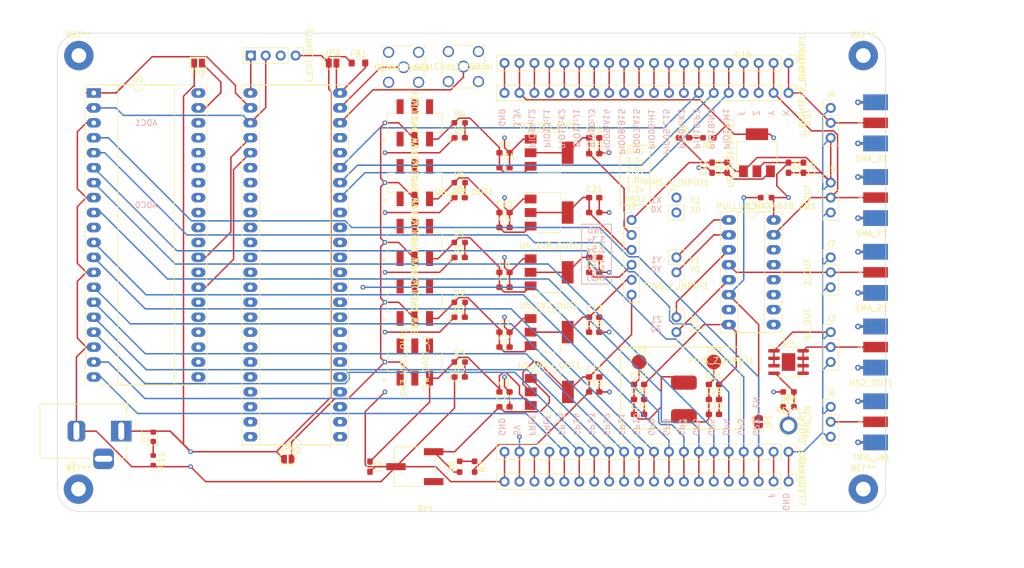
<source format=kicad_pcb>
(kicad_pcb (version 20211014) (generator pcbnew)
  (layers (0 "F.Cu" signal) (1 "In1.Cu" signal "discard1") (2 "In2.Cu" signal "In.Cu1") (3 "In3.Cu" signal "discard2") (4 "In4.Cu" signal "In.Cu2") (31 "B.Cu" signal) (34 "B.Paste" user) (35 "F.Paste" user) (36 "B.SilkS" user "B.Silkscreen") (37 "F.SilkS" user "F.Silkscreen") (38 "B.Mask" user) (39 "F.Mask" user) (44 "Edge.Cuts" user))
  (net 0 "")
  (net 1 "Net-(C1-Pad1)")
  (net 2 "GND")
  (net 3 "Net-(C2-Pad1)")
  (net 4 "Net-(C3-Pad1)")
  (net 5 "Net-(C4-Pad1)")
  (net 6 "Net-(C10-Pad1)")
  (net 7 "Net-(C11-Pad1)")
  (net 8 "VCC_1V8")
  (net 9 "VCC_1V2")
  (net 10 "VCC_VADJ")
  (net 11 "VCC_3V3")
  (net 12 "VCC_2V5")
  (net 13 "VCC")
  (net 14 "VCC_3V3_ALWAYS")
  (net 15 "Net-(D1-Pad2)")
  (net 16 "Net-(D2-Pad2)")
  (net 17 "Net-(D3-Pad2)")
  (net 18 "Net-(D4-Pad2)")
  (net 19 "Net-(D5-Pad2)")
  (net 20 "Net-(D6-Pad2)")
  (net 21 "HS2_OUT")
  (net 22 "X_OUT")
  (net 23 "Y_OUT")
  (net 24 "TRIG_IN")
  (net 25 "Z_OUT")
  (net 26 "Net-(PINS_X_INPUT1-Pad1)")
  (net 27 "Net-(PINS_X_INPUT1-Pad2)")
  (net 28 "Net-(PINS_Y_INPUT1-Pad1)")
  (net 29 "Net-(PINS_Y_INPUT1-Pad2)")
  (net 30 "Net-(PINS_Z_INPUT1-Pad1)")
  (net 31 "Net-(PINS_Z_INPUT1-Pad2)")
  (net 32 "MAX4619_EN")
  (net 33 "Net-(R6-Pad2)")
  (net 49 "FPGA_GPIO_16")
  (net 50 "FPGA_GPIO_17")
  (net 51 "FPGA_GPIO_18")
  (net 55 "GL_HVPULSE")
  (net 56 "Net-(JP2-Pad1)")
  (net 57 "FREE_LEFT2")
  (net 58 "Net-(FB1-Pad2)")
  (net 66 "FPGA_GPIO_12")
  (net 67 "FPGA_GPIO_11")
  (net 68 "FPGA_GPIO_10")
  (net 69 "FPGA_GPIO_9")
  (net 70 "FPGA_GPIO_8")
  (net 71 "FPGA_GPIO_7")
  (net 72 "FPGA_GPIO_6")
  (net 73 "FPGA_GPIO_5")
  (net 74 "FPGA_GPIO_4")
  (net 75 "FPGA_GPIO_3")
  (net 76 "FPGA_GPIO_2")
  (net 78 "MAX4619_C")
  (net 79 "MAX4619_B")
  (net 80 "MAX4619_A")
  (net 82 "RPI_GP0")
  (net 83 "RPI_GP1")
  (net 84 "RPI_GP2")
  (net 85 "RPI_GP3")
  (net 86 "RPI_GP4")
  (net 87 "RPI_GP5")
  (net 88 "RPI_GP6")
  (net 89 "RPI_GP7")
  (net 90 "RPI_GP8")
  (net 91 "RPI_GP9")
  (net 92 "RPI_GP10")
  (net 93 "RPI_GP11")
  (net 94 "RPI_GP12")
  (net 95 "RPI_GP13")
  (net 96 "RPI_GP14")
  (net 97 "RPI_GP15")
  (net 98 "RPI_GP16")
  (net 99 "RPI_GP17")
  (net 110 "FPGA_GPIO_1")
  (net 111 "FILT_IN")
  (net 112 "FILT_OUT")
  (net 113 "FREE_LEFT17")
  (net 114 "FREE_LEFT18")
  (net 115 "FREE_RIGHT4")
  (net 117 "GL_GATE")
  (net 118 "Net-(R10-Pad1)")
  (net 119 "VCC_SWITCHED")
  (net 120 "FPGA_4")
  (net 121 "FPGA_3")
  (net 122 "Net-(TP1-Pad1)")
  (net 123 "Net-(TP2-Pad1)")
  (net 124 "Net-(D7-Pad1)")
  (net 125 "GL_TRIG2")
  (footprint "all_lib:RF2-04A-T-00-50-G" (layer "F.Cu") (at 144.78 73.66)
    (fp_text reference "J_HVPULSE1")
    (fp_text value "Conn_Coaxial")
  )
  (footprint "Package_TO_SOT_SMD:SOT-223-3_TabPin2" (layer "F.Cu") (at 169.54488 128.821946)
    (fp_text reference "U6_VADJ_OUT1")
    (fp_text value "NCP1117-ADJ_SOT223")
  )
  (footprint "Connector_PinHeader_2.54mm:PinHeader_1x03_P2.54mm_Vertical" (layer "F.Cu") (at 217.34988 80.561946)
    (fp_text reference "J4")
    (fp_text value "Conn_01x03")
  )
  (footprint "Connector_PinHeader_2.54mm:PinHeader_1x20_P2.54mm_Vertical" (layer "F.Cu") (at 210.18488 78.021946 -90)
    (fp_text reference "J_RIGHTEXP_OUTER1")
    (fp_text value "Conn_01x20")
  )
  (footprint "MountingHole:MountingHole_2.5mm_Pad" (layer "F.Cu") (at 222.88488 145.331946)
    (fp_text reference "REF**")
    (fp_text value "MountingHole_2.5mm_Pad")
  )
  (footprint "Capacitor_SMD:C_0603_1608Metric_Pad1.08x0.95mm_HandSolder" (layer "F.Cu") (at 161.92488 88.181946)
    (fp_text reference "C9")
    (fp_text value "C")
  )
  (footprint "Resistor_SMD:R_0603_1608Metric_Pad0.98x0.95mm_HandSolder" (layer "F.Cu") (at 154.30488 113.581946)
    (fp_text reference "R2")
    (fp_text value "R")
  )
  (footprint "Capacitor_SMD:C_0603_1608Metric_Pad1.08x0.95mm_HandSolder" (layer "F.Cu") (at 177.16488 105.961946)
    (fp_text reference "C12")
    (fp_text value "C")
  )
  (footprint "Capacitor_SMD:C_0603_1608Metric_Pad1.08x0.95mm_HandSolder" (layer "F.Cu") (at 177.16488 118.661946)
    (fp_text reference "C18")
    (fp_text value "C")
  )
  (footprint "LED_SMD:LED_0603_1608Metric_Pad1.05x0.95mm_HandSolder" (layer "F.Cu") (at 154.30488 85.641946)
    (fp_text reference "D4")
    (fp_text value "LED")
  )
  (footprint "Connector_PinHeader_2.54mm:PinHeader_1x20_P2.54mm_Vertical" (layer "F.Cu") (at 210.18488 144.061946 -90)
    (fp_text reference "J_LEFTEXP1")
    (fp_text value "Conn_01x20")
  )
  (footprint "all_lib:JS202011SCQN" (layer "F.Cu") (at 146.68488 123.741946 90)
    (fp_text reference "SW3_VADJ_OUT1")
    (fp_text value "SW_DPDT_x2")
  )
  (footprint "Capacitor_SMD:C_0603_1608Metric_Pad1.08x0.95mm_HandSolder" (layer "F.Cu") (at 139.06488 141.521946 -90)
    (fp_text reference "C8")
    (fp_text value "C")
  )
  (footprint "Capacitor_SMD:C_0603_1608Metric_Pad1.08x0.95mm_HandSolder" (layer "F.Cu") (at 177.16488 88.331946)
    (fp_text reference "C15")
    (fp_text value "C")
  )
  (footprint "Capacitor_SMD:C_0603_1608Metric_Pad1.08x0.95mm_HandSolder" (layer "F.Cu") (at 177.16488 98.341946)
    (fp_text reference "C16")
    (fp_text value "C")
  )
  (footprint "Package_SO:SOIC-8-1EP_3.9x4.9mm_P1.27mm_EP2.29x3mm" (layer "F.Cu") (at 210.18488 123.741946)
    (fp_text reference "U4")
    (fp_text value "irf7807z")
  )
  (footprint "all_lib:TRIM_3361P-1-501GLF" (layer "F.Cu") (at 146.68488 141.521946 180)
    (fp_text reference "RV1")
    (fp_text value "R_Potentiometer")
  )
  (footprint "Capacitor_SMD:C_0603_1608Metric_Pad1.08x0.95mm_HandSolder" (layer "F.Cu") (at 184.78488 130.091946)
    (fp_text reference "C28")
    (fp_text value "C")
  )
  (footprint "Resistor_SMD:R_0603_1608Metric_Pad0.98x0.95mm_HandSolder" (layer "F.Cu") (at 156.84488 141.521946 -90)
    (fp_text reference "R7")
    (fp_text value "R")
  )
  (footprint "TestPoint:TestPoint_Pad_D2.5mm" (layer "F.Cu") (at 197.48488 123.741946)
    (fp_text reference "TP4")
    (fp_text value "TestPoint")
  )
  (footprint "Connector_PinHeader_2.54mm:PinHeader_1x20_P2.54mm_Vertical" (layer "F.Cu") (at 210.18488 138.981946 -90)
    (fp_text reference "J_LEFTEXP_OUTER1")
    (fp_text value "Conn_01x20")
  )
  (footprint "Package_TO_SOT_SMD:SOT-223-3_TabPin2" (layer "F.Cu") (at 169.50488 98.341946)
    (fp_text reference "U8_2V5_OUT1")
    (fp_text value "LD1117S25TR_SOT223")
  )
  (footprint "Resistor_SMD:R_0603_1608Metric_Pad0.98x0.95mm_HandSolder" (layer "F.Cu") (at 154.30488 123.741946)
    (fp_text reference "R3")
    (fp_text value "R")
  )
  (footprint "Connector_Coaxial:SMA_Molex_73251-2120_EdgeMount_Horizontal" (layer "F.Cu") (at 224.96988 121.201946)
    (fp_text reference "HS2_OUT1")
    (fp_text value "Conn_Coaxial")
  )
  (footprint "Resistor_SMD:R_0603_1608Metric_Pad0.98x0.95mm_HandSolder" (layer "F.Cu") (at 154.30488 103.421946)
    (fp_text reference "R1")
    (fp_text value "R")
  )
  (footprint "Capacitor_SMD:C_0603_1608Metric_Pad1.08x0.95mm_HandSolder" (layer "F.Cu") (at 161.92488 121.201946)
    (fp_text reference "C2")
    (fp_text value "C")
  )
  (footprint "Inductor_SMD:L_0805_2012Metric_Pad1.05x1.20mm_HandSolder" (layer "F.Cu") (at 137.109166 72.941946)
    (fp_text reference "FB1")
    (fp_text value "FerriteBead")
  )
  (footprint "Connector_PinHeader_2.54mm:PinHeader_1x06_P2.54mm_Vertical" (layer "F.Cu") (at 183.51488 99.611946)
    (fp_text reference "J2")
    (fp_text value "Conn_01x06")
  )
  (footprint "Capacitor_SMD:C_0603_1608Metric_Pad1.08x0.95mm_HandSolder" (layer "F.Cu") (at 177.16488 95.801946)
    (fp_text reference "C21")
    (fp_text value "C")
  )
  (footprint "all_lib:JS202011SCQN" (layer "F.Cu") (at 146.68488 103.421946 90)
    (fp_text reference "SW1_1V8_OUT1")
    (fp_text value "SW_DPDT_x2")
  )
  (footprint "Connector_Coaxial:SMA_Molex_73251-2120_EdgeMount_Horizontal" (layer "F.Cu") (at 224.96988 95.801946)
    (fp_text reference "SMA_Y1")
    (fp_text value "Conn_Coaxial")
  )
  (footprint "Package_TO_SOT_SMD:SOT-223-3_TabPin2" (layer "F.Cu") (at 169.50488 118.661946)
    (fp_text reference "U5_1V2_OUT1")
    (fp_text value "LD1117S12TR_SOT223")
  )
  (footprint "Resistor_SMD:R_0603_1608Metric_Pad0.98x0.95mm_HandSolder" (layer "F.Cu") (at 206.37488 95.801946 180)
    (fp_text reference "PULLUP_MAX4619_EN1")
    (fp_text value "R")
  )
  (footprint "all_lib:JS202011SCQN" (layer "F.Cu") (at 146.68488 93.261946 90)
    (fp_text reference "SW5_2V5_OUT1")
    (fp_text value "SW_DPDT_x2")
  )
  (footprint "Connector_Coaxial:SMA_Molex_73251-2120_EdgeMount_Horizontal" (layer "F.Cu") (at 224.96988 133.901946)
    (fp_text reference "TRIG_IN1")
    (fp_text value "Conn_Coaxial")
  )
  (footprint "Capacitor_SMD:C_0603_1608Metric_Pad1.08x0.95mm_HandSolder" (layer "F.Cu") (at 177.16488 116.121946)
    (fp_text reference "C13")
    (fp_text value "C")
  )
  (footprint "Connector_PinHeader_2.54mm:PinHeader_1x03_P2.54mm_Vertical" (layer "F.Cu") (at 217.34988 105.961946)
    (fp_text reference "J7")
    (fp_text value "Conn_01x03")
  )
  (footprint "Connector_PinHeader_2.54mm:PinHeader_1x04_P2.54mm_Vertical" (layer "F.Cu") (at 126.429166 71.671946 -90)
    (fp_text reference "J_EXT_UART1")
    (fp_text value "Conn_01x04")
  )
  (footprint "Connector_PinHeader_2.54mm:PinHeader_1x20_P2.54mm_Vertical" (layer "F.Cu") (at 210.18488 72.941946 -90)
    (fp_text reference "J_RIGHTEXP1")
    (fp_text value "Conn_01x20")
  )
  (footprint "Resistor_SMD:R_0603_1608Metric_Pad0.98x0.95mm_HandSolder" (layer "F.Cu") (at 210.18488 128.821946 180)
    (fp_text reference "R10")
    (fp_text value "10K R")
  )
  (footprint "MountingHole:MountingHole_2.5mm_Pad" (layer "F.Cu") (at 222.88488 71.671946)
    (fp_text reference "REF**")
    (fp_text value "MountingHole_2.5mm_Pad")
  )
  (footprint "Capacitor_SMD:C_0603_1608Metric_Pad1.08x0.95mm_HandSolder" (layer "F.Cu") (at 210.18488 90.721946 -90)
    (fp_text reference "C25")
    (fp_text value "C")
  )
  (footprint "all_lib:inductor_2727_wurth" (layer "F.Cu") (at 192.40488 126.441946)
    (fp_text reference "L1")
    (fp_text value "INDUCTOR")
  )
  (footprint "Resistor_SMD:R_0603_1608Metric" (layer "F.Cu") (at 102.23488 140.451948 -90)
    (fp_text reference "R11")
    (fp_text value "R")
  )
  (footprint "Capacitor_SMD:C_0603_1608Metric_Pad1.08x0.95mm_HandSolder" (layer "F.Cu") (at 177.16488 85.641946)
    (fp_text reference "C20")
    (fp_text value "C")
  )
  (footprint "Capacitor_SMD:C_0603_1608Metric_Pad1.08x0.95mm_HandSolder" (layer "F.Cu") (at 161.92488 128.821946)
    (fp_text reference "C3")
    (fp_text value "C")
  )
  (footprint "Jumper:SolderJumper-2_P1.3mm_Open_Pad1.0x1.5mm" (layer "F.Cu") (at 109.85488 72.941946 180)
    (fp_text reference "JP2")
    (fp_text value "SolderJumper_2_Open")
  )
  (footprint "Jumper:SolderJumper-2_P1.3mm_Open_RoundedPad1.0x1.5mm" (layer "F.Cu") (at 205.10488 133.901946 -90)
    (fp_text reference "JP1")
    (fp_text value "SolderJumper_2_Open")
  )
  (footprint "Resistor_SMD:R_0603_1608Metric_Pad0.98x0.95mm_HandSolder" (layer "F.Cu") (at 154.30488 93.261946)
    (fp_text reference "R5")
    (fp_text value "R")
  )
  (footprint "Resistor_SMD:R_0603_1608Metric_Pad0.98x0.95mm_HandSolder" (layer "F.Cu") (at 210.18488 131.361946)
    (fp_text reference "R9")
    (fp_text value "1R")
  )
  (footprint "Capacitor_SMD:C_0603_1608Metric_Pad1.08x0.95mm_HandSolder" (layer "F.Cu") (at 184.78488 132.631946)
    (fp_text reference "C26")
    (fp_text value "C")
  )
  (footprint "Capacitor_SMD:C_0603_1608Metric_Pad1.08x0.95mm_HandSolder" (layer "F.Cu") (at 177.16488 126.281946)
    (fp_text reference "C14")
    (fp_text value "C")
  )
  (footprint "Connector_PinHeader_2.54mm:PinHeader_1x03_P2.54mm_Vertical" (layer "F.Cu") (at 217.34988 93.261946)
    (fp_text reference "J5")
    (fp_text value "Conn_01x03")
  )
  (footprint "Connector_PinHeader_2.54mm:PinHeader_1x03_P2.54mm_Vertical" (layer "F.Cu") (at 217.34988 131.361946)
    (fp_text reference "J6")
    (fp_text value "Conn_01x03")
  )
  (footprint "Capacitor_SMD:C_0603_1608Metric_Pad1.08x0.95mm_HandSolder" (layer "F.Cu") (at 197.50988 127.551946)
    (fp_text reference "C31")
    (fp_text value "C")
  )
  (footprint "Capacitor_SMD:C_0603_1608Metric_Pad1.08x0.95mm_HandSolder" (layer "F.Cu") (at 161.92488 131.361946)
    (fp_text reference "C11")
    (fp_text value "C")
  )
  (footprint "Jumper:SolderJumper-2_P1.3mm_Open_RoundedPad1.0x1.5mm" (layer "F.Cu") (at 125.09488 140.251946)
    (fp_text reference "JP4")
    (fp_text value "SolderJumper_2_Open")
  )
  (footprint "Capacitor_SMD:C_0603_1608Metric_Pad1.08x0.95mm_HandSolder" (layer "F.Cu") (at 197.50988 132.631946)
    (fp_text reference "C30")
    (fp_text value "C")
  )
  (footprint "Package_TO_SOT_SMD:SOT-223-3_TabPin2" (layer "F.Cu") (at 169.50488 108.501946)
    (fp_text reference "U4_1V8_OUT1")
    (fp_text value "LD1117S18TR_SOT223")
  )
  (footprint "Capacitor_SMD:C_0603_1608Metric_Pad1.08x0.95mm_HandSolder" (layer "F.Cu") (at 161.92488 90.721946)
    (fp_text reference "C4")
    (fp_text value "C")
  )
  (footprint "MountingHole:MountingHole_2.5mm_Pad" (layer "F.Cu") (at 89.599166 71.671946)
    (fp_text reference "REF**")
    (fp_text value "MountingHole_2.5mm_Pad")
  )
  (footprint "TestPoint:TestPoint_Plated_Hole_D2.0mm" (layer "F.Cu") (at 210.18488 134.536946)
    (fp_text reference "REF**")
    (fp_text value "TestPoint_Plated_Hole_D2.0mm")
  )
  (footprint "Capacitor_SMD:C_0603_1608Metric_Pad1.08x0.95mm_HandSolder" (layer "F.Cu") (at 177.16488 128.821946)
    (fp_text reference "C19")
    (fp_text value "C")
  )
  (footprint "Connector_PinHeader_2.54mm:PinHeader_1x02_P2.54mm_Vertical" (layer "F.Cu") (at 191.13488 118.661946 180)
    (fp_text reference "PINS_Z_INPUT1")
    (fp_text value "Conn_01x02")
  )
  (footprint "Capacitor_SMD:C_0603_1608Metric_Pad1.08x0.95mm_HandSolder" (layer "F.Cu") (at 161.92488 111.041946)
    (fp_text reference "C1")
    (fp_text value "C")
  )
  (footprint "LED_SMD:LED_0603_1608Metric_Pad1.05x0.95mm_HandSolder" (layer "F.Cu") (at 154.30488 126.281946)
    (fp_text reference "D3")
    (fp_text value "LED")
  )
  (footprint "Capacitor_SMD:C_0603_1608Metric_Pad1.08x0.95mm_HandSolder" (layer "F.Cu") (at 161.92488 108.501946)
    (fp_text reference "C6")
    (fp_text value "C")
  )
  (footprint "Capacitor_SMD:C_0603_1608Metric_Pad1.08x0.95mm_HandSolder" (layer "F.Cu") (at 212.72488 90.721946 -90)
    (fp_text reference "C24")
    (fp_text value "C")
  )
  (footprint "Package_DIP:DIP-48_W15.24mm_Socket_LongPads" (layer "F.Cu") (at 133.98488 136.441946 180)
    (fp_text reference "U2")
    (fp_text value "CMOD_A7")
  )
  (footprint "all_lib:RF2-04A-T-00-50-G" (layer "F.Cu") (at 154.94 73.538)
    (fp_text reference "J_TRIG2")
    (fp_text value "Conn_Coaxial")
  )
  (footprint "LED_SMD:LED_0603_1608Metric_Pad1.05x0.95mm_HandSolder" (layer "F.Cu") (at 154.30488 116.121946)
    (fp_text reference "D2")
    (fp_text value "LED")
  )
  (footprint "LED_SMD:LED_0603_1608Metric_Pad1.05x0.95mm_HandSolder" (layer "F.Cu") (at 154.30488 105.961946)
    (fp_text reference "D1")
    (fp_text value "LED")
  )
  (footprint "Capacitor_SMD:C_0603_1608Metric_Pad1.08x0.95mm_HandSolder" (layer "F.Cu") (at 161.92488 118.661946)
    (fp_text reference "C7")
    (fp_text value "C")
  )
  (footprint "Package_DIP:DIP-16_W7.62mm_Socket_LongPads" (layer "F.Cu") (at 200.03488 99.601946)
    (fp_text reference "U3")
    (fp_text value "max4619cpe+")
  )
  (footprint "all_lib:rpi_socket_fixed" (layer "F.Cu") (at 92.134166 78.026946)
    (fp_text reference "U1")
    (fp_text value "SC0915")
  )
  (footprint "Capacitor_SMD:C_0603_1608Metric_Pad1.08x0.95mm_HandSolder" (layer "F.Cu") (at 161.92488 100.881946)
    (fp_text reference "C5")
    (fp_text value "C")
  )
  (footprint "Connector_BarrelJack:BarrelJack_Horizontal" (layer "F.Cu") (at 96.804892 135.484442)
    (fp_text reference "J1")
    (fp_text value "Barrel_Jack")
  )
  (footprint "Resistor_SMD:R_0603_1608Metric_Pad0.98x0.95mm_HandSolder" (layer "F.Cu") (at 196.57238 85.641946 180)
    (fp_text reference "R8")
    (fp_text value "R")
  )
  (footprint "TestPoint:TestPoint_Pad_D2.5mm" (layer "F.Cu") (at 184.78488 123.741946)
    (fp_text reference "TP3")
    (fp_text value "TestPoint")
  )
  (footprint "Resistor_SMD:R_0603_1608Metric_Pad0.98x0.95mm_HandSolder" (layer "F.Cu") (at 154.30488 141.521946 90)
    (fp_text reference "R6")
    (fp_text value "R")
  )
  (footprint "Capacitor_SMD:C_0603_1608Metric_Pad1.08x0.95mm_HandSolder" (layer "F.Cu") (at 197.19488 90.721946 90)
    (fp_text reference "C22")
    (fp_text value "C")
  )
  (footprint "Package_TO_SOT_SMD:SOT-223-3_TabPin2" (layer "F.Cu") (at 204.81488 88.181946 90)
    (fp_text reference "U9_3V3ALWAYS1")
    (fp_text value "LD1117S33TR_SOT223")
  )
  (footprint "Package_TO_SOT_SMD:SOT-223-3_TabPin2" (layer "F.Cu") (at 169.50488 88.181946)
    (fp_text reference "U7_3V3_OUT1")
    (fp_text value "LD1117S33TR_SOT223")
  )
  (footprint "Capacitor_SMD:C_0603_1608Metric_Pad1.08x0.95mm_HandSolder" (layer "F.Cu") (at 197.50988 130.091946)
    (fp_text reference "C29")
    (fp_text value "C")
  )
  (footprint "Capacitor_SMD:C_0603_1608Metric_Pad1.08x0.95mm_HandSolder" (layer "F.Cu") (at 161.92488 98.341946)
    (fp_text reference "C10")
    (fp_text value "C")
  )
  (footprint "MountingHole:MountingHole_2.5mm_Pad" (layer "F.Cu") (at 89.534879 145.331946)
    (fp_text reference "REF**")
    (fp_text value "MountingHole_2.5mm_Pad")
  )
  (footprint "Connector_PinHeader_2.54mm:PinHeader_1x03_P2.54mm_Vertical" (layer "F.Cu") (at 217.34988 118.661946)
    (fp_text reference "J3")
    (fp_text value "Conn_01x03")
  )
  (footprint "all_lib:JS202011SCQN" (layer "F.Cu") (at 146.68488 83.101946 90)
    (fp_text reference "SW4_3V3_OUT1")
    (fp_text value "SW_DPDT_x2")
  )
  (footprint "Connector_PinHeader_2.54mm:PinHeader_1x02_P2.54mm_Vertical" (layer "F.Cu") (at 191.13488 108.501946 180)
    (fp_text reference "PINS_Y_INPUT1")
    (fp_text value "Conn_01x02")
  )
  (footprint "Connector_Coaxial:SMA_Molex_73251-2120_EdgeMount_Horizontal" (layer "F.Cu") (at 224.96988 108.501946)
    (fp_text reference "SMA_Z1")
    (fp_text value "Conn_Coaxial")
  )
  (footprint "LED_SMD:LED_0603_1608Metric" (layer "F.Cu") (at 102.23488 136.441948 90)
    (fp_text reference "D7")
    (fp_text value "LED")
  )
  (footprint "Capacitor_SMD:C_0603_1608Metric_Pad1.08x0.95mm_HandSolder" (layer "F.Cu") (at 177.16488 108.501946)
    (fp_text reference "C17")
    (fp_text value "C")
  )
  (footprint "LED_SMD:LED_0603_1608Metric_Pad1.05x0.95mm_HandSolder" (layer "F.Cu") (at 154.30488 95.801946)
    (fp_text reference "D5")
    (fp_text value "LED")
  )
  (footprint "Connector_Coaxial:SMA_Molex_73251-2120_EdgeMount_Horizontal" (layer "F.Cu") (at 224.96988 83.101946)
    (fp_text reference "SMA_X1")
    (fp_text value "Conn_Coaxial")
  )
  (footprint "LED_SMD:LED_0603_1608Metric_Pad1.05x0.95mm_HandSolder" (layer "F.Cu") (at 192.40488 85.641946)
    (fp_text reference "D6")
    (fp_text value "LED")
  )
  (footprint "all_lib:JS202011SCQN" (layer "F.Cu") (at 146.68488 113.581946 90)
    (fp_text reference "SW2_1V2_OUT1")
    (fp_text value "SW_DPDT_x2")
  )
  (footprint "Capacitor_SMD:C_0603_1608Metric_Pad1.08x0.95mm_HandSolder" (layer "F.Cu") (at 199.73488 90.721946 90)
    (fp_text reference "C23")
    (fp_text value "C")
  )
  (footprint "Jumper:SolderJumper-2_P1.3mm_Open_Pad1.0x1.5mm" (layer "F.Cu") (at 132.71488 72.941946)
    (fp_text reference "JP3")
    (fp_text value "SolderJumper_2_Open")
  )
  (footprint "Resistor_SMD:R_0603_1608Metric_Pad0.98x0.95mm_HandSolder" (layer "F.Cu") (at 154.30488 83.101946)
    (fp_text reference "R4")
    (fp_text value "R")
  )
  (footprint "Capacitor_SMD:C_0603_1608Metric_Pad1.08x0.95mm_HandSolder" (layer "F.Cu") (at 184.78488 127.551946)
    (fp_text reference "C27")
    (fp_text value "C")
  )
  (footprint "Connector_PinHeader_2.54mm:PinHeader_1x02_P2.54mm_Vertical" (layer "F.Cu") (at 191.13488 95.801946)
    (fp_text reference "PINS_X_INPUT1")
    (fp_text value "Conn_01x02")
  )
  (gr_rect (start 175.005474 110.49) (end 180.085474 100.33) (layer "B.SilkS") (width 0.15) (fill none))
  (gr_rect (start 181.660594 121.201946) (end 201.980594 135.171946) (layer "F.SilkS") (width 0.15) (fill none))
  (gr_rect (start 181.559166 86.911946) (end 186.639166 97.071946) (layer "F.SilkS") (width 0.15) (fill none))
  (gr_line (start 85.943242 71.671946) (end 85.943242 145.331946) (layer "Edge.Cuts") (width 0.1))
  (gr_arc (start 226.69488 145.331946) (mid 225.578954 148.026007) (end 222.88488 149.141946) (layer "Edge.Cuts") (width 0.1))
  (gr_line (start 226.69488 145.331946) (end 226.69488 71.671946) (layer "Edge.Cuts") (width 0.1))
  (gr_arc (start 89.753242 149.141946) (mid 87.059155 148.026028) (end 85.943242 145.331946) (layer "Edge.Cuts") (width 0.1))
  (gr_line (start 222.88488 67.861946) (end 89.753242 67.861946) (layer "Edge.Cuts") (width 0.1))
  (gr_arc (start 222.88488 67.861946) (mid 225.578961 68.977867) (end 226.69488 71.671946) (layer "Edge.Cuts") (width 0.1))
  (gr_arc (start 85.943242 71.671946) (mid 87.059131 68.97781) (end 89.753242 67.861946) (layer "Edge.Cuts") (width 0.1))
  (gr_line (start 89.753242 149.141946) (end 222.88488 149.141946) (layer "Edge.Cuts") (width 0.1))
  (gr_text "GP7" (at 191.93488 134.803374 -90) (layer "B.SilkS") (effects (font (size 1 1)) (justify mirror)))
  (gr_text "GP15" (at 171.61488 134.327183 -90) (layer "B.SilkS") (effects (font (size 1 1)) (justify mirror)))
  (gr_text "PIO08:B15" (at 181.77488 84.598612 -90) (layer "B.SilkS") (effects (font (size 1 1)) (justify mirror)))
  (gr_text "ADC1" (at 101.029166 83.101946) (layer "B.SilkS") (effects (font (size 1 1)) (justify mirror)))
  (gr_text "F" (at 202.09488 81.463374 -90) (layer "B.SilkS") (effects (font (size 1 1)) (justify mirror)))
  (gr_text "PIO06:H1" (at 186.85488 84.146231 -90) (layer "B.SilkS") (effects (font (size 1 1)) (justify mirror)))
  (gr_text "PIO14:L2" (at 166.53488 84.027184 -90) (layer "B.SilkS") (effects (font (size 1 1)) (justify mirror)))
  (gr_text "GP2/ EN" (at 204.634887 136.441946 -90) (layer "B.SilkS") (effects (font (size 1 1)) (justify left mirror)))
  (gr_text "GP5" (at 197.01488 134.803374 -90) (layer "B.SilkS") (effects (font (size 1 1)) (justify mirror)))
  (gr_text "GP8" (at 189.39488 134.803374 -90) (layer "B.SilkS") (effects (font (size 1 1)) (justify mirror)))
  (gr_text "PIO09:A14" (at 179.23488 84.527184 -90) (layer "B.SilkS") (effects (font (size 1 1)) (justify mirror)))
  (gr_text "FREE" (at 166.53488 134.446231 -90) (layer "B.SilkS") (effects (font (size 1 1)) (justify mirror)))
  (gr_text "PIO18:N3" (at 197.014878 84.122415 -90) (layer "B.SilkS") (effects (font (size 1 1)) (justify mirror)))
  (gr_text "5V" (at 163.99488 135.374802 -90) (layer "B.SilkS") (effects (font (size 1 1)) (justify mirror)))
  (gr_text "PIO05:C15" (at 189.39488 84.598612 -90) (layer "B.SilkS") (effects (font (size 1 1)) (justify mirror)))
  (gr_text "X" (at 209.71488 81.463374 -90) (layer "B.SilkS") (effects (font (size 1 1)) (justify mirror)))
  (gr_text "GP6" (at 194.47488 134.803374 -90) (layer "B.SilkS") (effects (font (size 1 1)) (justify mirror)))
  (gr_text "PIO04:K3" (at 191.934878 84.122415 -90) (layer "B.SilkS") (effects (font (size 1 1)) (justify mirror)))
  (gr_text "GND\n3.3v\n2.5v\n1.8v\n1.2v\nVADJ" (at 177.545474 105.41) (layer "B.SilkS") (effects (font (size 1 1)) (justify mirror)))
  (gr_text "Z" (at 204.63488 81.463374 -90) (layer "B.SilkS") (effects (font (size 1 1)) (justify mirror)))
  (gr_text "GP10" (at 184.31488 134.327183 -90) (layer "B.SilkS") (effects (font (size 1 1)) (justify mirror)))
  (gr_text "GP14" (at 174.15488 134.327183 -90) (layer "B.SilkS") (effects (font (size 1 1)) (justify mirror)))
  (gr_text "FREE" (at 169.07488 134.446231 -90) (layer "B.SilkS") (effects (font (size 1 1)) (justify mirror)))
  (gr_text "GND" (at 161.45488 134.755755 -90) (layer "B.SilkS") (effects (font (size 1 1)) (justify mirror)))
  (gr_text "F" (at 207.17488 146.408136 -90) (layer "B.SilkS") (effects (font (size 1 1)) (justify mirror)))
  (gr_text "Z1\nZ0" (at 187.705474 117.348) (layer "B.SilkS") (effects (font (size 1 1)) (justify mirror)))
  (gr_text "GP12" (at 179.23488 134.327183 -90) (layer "B.SilkS") (effects (font (size 1 1)) (justify mirror)))
  (gr_text "GP13" (at 176.69488 134.327183 -90) (layer "B.SilkS") (effects (font (size 1 1)) (justify mirror)))
  (gr_text "GP3" (at 202.09488 134.803374 -90) (layer "B.SilkS") (effects (font (size 1 1)) (justify mirror)))
  (gr_text "PIO11:J1" (at 174.15488 84.003374 -90) (layer "B.SilkS") (effects (font (size 1 1)) (justify mirror)))
  (gr_text "GP11" (at 181.77488 134.327183 -90) (layer "B.SilkS") (effects (font (size 1 1)) (justify mirror)))
  (gr_text "Y" (at 207.17488 81.463374 -90) (layer "B.SilkS") (effects (font (size 1 1)) (justify mirror)))
  (gr_text "GND" (at 161.45488 82.21766 -90) (layer "B.SilkS") (effects (font (size 1 1)) (justify mirror)))
  (gr_text "X1\nX0" (at 187.705474 97.028) (layer "B.SilkS") (effects (font (size 1 1)) (justify mirror)))
  (gr_text "GP4" (at 199.55488 134.803374 -90) (layer "B.SilkS") (effects (font (size 1 1)) (justify mirror)))
  (gr_text "PIO17:M1" (at 199.554878 84.122415 -90) (layer "B.SilkS") (effects (font (size 1 1)) (justify mirror)))
  (gr_text "PIO13:L1" (at 169.07488 84.027184 -90) (layer "B.SilkS") (effects (font (size 1 1)) (justify mirror)))
  (gr_text "GND" (at 209.71488 147.503374 -90) (layer "B.SilkS") (effects (font (size 1 1)) (justify mirror)))
  (gr_text "GP9" (at 186.85488 134.803374 -90) (layer "B.SilkS") (effects (font (size 1 1)) (justify mirror)))
  (gr_text "ADC0" (at 101.029166 97.071946) (layer "B.SilkS") (effects (font (size 1 1)) (justify mirror)))
  (gr_text "PIO07:A15" (at 184.31488 84.527184 -90) (layer "B.SilkS") (effects (font (size 1 1)) (justify mirror)))
  (gr_text "PIO10:J3" (at 176.69488 84.003374 -90) (layer "B.SilkS") (effects (font (size 1 1)) (justify mirror)))
  (gr_text "PIO12:K2" (at 171.61488 84.122422 -90) (layer "B.SilkS") (effects (font (size 1 1)) (justify mirror)))
  (gr_text "Y1\nY0" (at 187.705474 107.188) (layer "B.SilkS") (effects (font (size 1 1)) (justify mirror)))
  (gr_text "3.3V" (at 163.99488 82.312898 -90) (layer "B.SilkS") (effects (font (size 1 1)) (justify mirror)))
  (gr_text "PIO19:P3" (at 194.474878 84.122415 -90) (layer "B.SilkS") (effects (font (size 1 1)) (justify mirror)))
  (gr_text "GND\n3.3v\n2.5v\n1.8v\n1.2v\nVADJ" (at 184.099166 91.991946) (layer "F.SilkS") (effects (font (size 1 1))))
  (gr_text "X1\nX0" (at 194.360594 97.071946) (layer "F.SilkS") (effects (font (size 1 1))))
  (gr_text "Z_OUT" (at 213.410594 108.501946 90) (layer "F.SilkS") (effects (font (size 1 1))))
  (gr_text "TRIG_IN" (at 213.410604 133.901948 90) (layer "F.SilkS") (effects (font (size 1 1))))
  (gr_text "Y OUT" (at 213.410594 95.801946 90) (layer "F.SilkS") (effects (font (size 1 1))))
  (gr_text "Y1\nY0" (at 194.259166 107.231946) (layer "F.SilkS") (effects (font (size 1 1))))
  (gr_text "X OUT" (at 213.410594 83.101946 90) (layer "F.SilkS") (effects (font (size 1 1))))
  (gr_text "GL_OUT" (at 213.410594 117.391946 90) (layer "F.SilkS") (effects (font (size 1 1))))
  (gr_text "Z1\nZ0" (at 194.259166 117.391946) (layer "F.SilkS") (effects (font (size 1 1))))
  (segment (start 165.31536 111.841466) (end 166.35488 110.801946) (width 0.25) (layer "F.Cu") (net 1))
  (segment (start 156.04536 102.622426) (end 161.06238 107.639446) (width 0.25) (layer "F.Cu") (net 1))
  (segment (start 150.63648 106.177846) (end 153.39238 103.421946) (width 0.25) (layer "F.Cu") (net 1))
  (segment (start 161.8619 111.841466) (end 165.31536 111.841466) (width 0.25) (layer "F.Cu") (net 1))
  (segment (start 149.18488 106.177846) (end 150.63648 106.177846) (width 0.25) (layer "F.Cu") (net 1))
  (segment (start 161.06238 107.639446) (end 161.06238 108.501946) (width 0.25) (layer "F.Cu") (net 1))
  (segment (start 161.06238 111.041946) (end 161.8619 111.841466) (width 0.25) (layer "F.Cu") (net 1))
  (segment (start 161.06238 108.501946) (end 161.06238 111.041946) (width 0.25) (layer "F.Cu") (net 1))
  (segment (start 153.39238 103.421946) (end 154.1919 102.622426) (width 0.25) (layer "F.Cu") (net 1))
  (segment (start 154.1919 102.622426) (end 156.04536 102.622426) (width 0.25) (layer "F.Cu") (net 1))
  (segment (start 217.34987 85.641956) (end 217.34988 85.641946) (width 0.25) (layer "F.Cu") (net 2))
  (segment (start 179.70488 118.661946) (end 178.02738 118.661946) (width 0.25) (layer "F.Cu") (net 2))
  (segment (start 89.344646 94.277426) (end 89.344646 84.626466) (width 0.25) (layer "F.Cu") (net 2))
  (segment (start 185.64738 132.631946) (end 185.64738 127.551946) (width 0.25) (layer "F.Cu") (net 2))
  (segment (start 150.88988 108.501946) (end 153.42988 105.961946) (width 0.25) (layer "F.Cu") (net 2))
  (segment (start 161.92488 97.479446) (end 161.92488 95.801946) (width 0.25) (layer "F.Cu") (net 2))
  (segment (start 195.81738 117.381946) (end 185.64738 127.551946) (width 0.25) (layer "F.Cu") (net 2))
  (segment (start 141.60488 108.501946) (end 150.88988 108.501946) (width 0.25) (layer "F.Cu") (net 2))
  (segment (start 162.78738 108.501946) (end 165.08738 106.201946) (width 0.25) (layer "F.Cu") (net 2))
  (segment (start 89.18489 135.484438) (end 92.551265 135.484438) (width 0.25) (layer "F.Cu") (net 2))
  (segment (start 201.30488 124.619446) (end 201.30488 118.651946) (width 0.25) (layer "F.Cu") (net 2))
  (segment (start 178.02738 126.281946) (end 178.02738 128.821946) (width 0.25) (layer "F.Cu") (net 2))
  (segment (start 165.08738 116.361946) (end 166.35488 116.361946) (width 0.25) (layer "F.Cu") (net 2))
  (segment (start 195.74738 89.859446) (end 197.19488 89.859446) (width 0.25) (layer "F.Cu") (net 2))
  (segment (start 89.344646 110.026466) (end 90.869166 108.501946) (width 0.25) (layer "F.Cu") (net 2))
  (segment (start 162.78738 118.661946) (end 162.78738 121.201946) (width 0.25) (layer "F.Cu") (net 2))
  (segment (start 162.78738 118.661946) (end 161.92488 117.799446) (width 0.25) (layer "F.Cu") (net 2))
  (segment (start 90.869166 108.501946) (end 89.344646 106.977426) (width 0.25) (layer "F.Cu") (net 2))
  (segment (start 161.92488 87.319446) (end 161.92488 85.641946) (width 0.25) (layer "F.Cu") (net 2))
  (segment (start 138.26536 141.192242) (end 138.26536 132.161466) (width 0.25) (layer "F.Cu") (net 2))
  (segment (start 139.06488 142.384446) (end 139.92738 141.521946) (width 0.25) (layer "F.Cu") (net 2))
  (segment (start 150.88988 118.661946) (end 153.42988 116.121946) (width 0.25) (layer "F.Cu") (net 2))
  (segment (start 162.78738 108.501946) (end 162.78738 111.041946) (width 0.25) (layer "F.Cu") (net 2))
  (segment (start 162.78738 128.821946) (end 161.92488 127.959446) (width 0.25) (layer "F.Cu") (net 2))
  (segment (start 213.195176 88.997426) (end 217.34987 93.15212) (width 0.25) (layer "F.Cu") (net 2))
  (segment (start 111.12488 144.061946) (end 140.94488 144.061946) (width 0.25) (layer "F.Cu") (net 2))
  (segment (start 161.92488 78.021946) (end 161.92488 72.941946) (width 0.25) (layer "F.Cu") (net 2))
  (segment (start 108.58488 141.521946) (end 111.12488 144.061946) (width 0.25) (layer "F.Cu") (net 2))
  (segment (start 89.344646 119.677426) (end 89.344646 110.026466) (width 0.25) (layer "F.Cu") (net 2))
  (segment (start 178.02738 128.821946) (end 179.769166 128.821946) (width 0.25) (layer "F.Cu") (net 2))
  (segment (start 98.588773 141.521946) (end 108.58488 141.521946) (width 0.25) (layer "F.Cu") (net 2))
  (segment (start 162.78738 128.821946) (end 162.78738 131.361946) (width 0.25) (layer "F.Cu") (net 2))
  (segment (start 162.78738 118.661946) (end 165.08738 116.361946) (width 0.25) (layer "F.Cu") (net 2))
  (segment (start 202.51488 91.331946) (end 201.20738 91.331946) (width 0.25) (layer "F.Cu") (net 2))
  (segment (start 204.8494 88.997426) (end 213.195176 88.997426) (width 0.25) (layer "F.Cu") (net 2))
  (segment (start 143.48488 141.521946) (end 153.42988 131.576946) (width 0.25) (layer "F.Cu") (net 2))
  (segment (start 178.02738 95.801946) (end 178.02738 98.341946) (width 0.25) (layer "F.Cu") (net 2))
  (segment (start 141.60488 118.661946) (end 150.88988 118.661946) (width 0.25) (layer "F.Cu") (net 2))
  (segment (start 217.34987 93.15212) (end 217.34987 93.261946) (width 0.25) (layer "F.Cu") (net 2))
  (segment (start 162.78738 98.341946) (end 165.08738 96.041946) (width 0.25) (layer "F.Cu") (net 2))
  (segment (start 217.34987 93.261946) (end 217.34987 85.641956) (width 0.25) (layer "F.Cu") (net 2))
  (segment (start 165.08738 96.041946) (end 166.35488 96.041946) (width 0.25) (layer "F.Cu") (net 2))
  (segment (start 178.17738 88.181946) (end 178.02738 88.331946) (width 0.25) (layer "F.Cu") (net 2))
  (segment (start 178.02738 105.961946) (end 178.02738 108.501946) (width 0.25) (layer "F.Cu") (net 2))
  (segment (start 89.344646 97.326466) (end 90.869166 95.801946) (width 0.25) (layer "F.Cu") (net 2))
  (segment (start 138.595064 141.521946) (end 138.26536 141.192242) (width 0.25) (layer "F.Cu") (net 2))
  (segment (start 179.70488 88.181946) (end 178.17738 88.181946) (width 0.25) (layer "F.Cu") (net 2))
  (segment (start 191.52988 85.641946) (end 195.74738 89.859446) (width 0.25) (layer "F.Cu") (net 2))
  (segment (start 207.70988 121.836946) (end 210.88488 118.661946) (width 0.25) (layer "F.Cu") (net 2))
  (segment (start 139.92738 141.521946) (end 143.48488 141.521946) (width 0.25) (layer "F.Cu") (net 2))
  (segment (start 161.92488 144.061946) (end 152.778902 144.061946) (width 0.25) (layer "F.Cu") (net 2))
  (segment (start 141.60488 88.181946) (end 150.88988 88.181946) (width 0.25) (layer "F.Cu") (net 2))
  (segment (start 162.78738 88.181946) (end 161.92488 87.319446) (width 0.25) (layer "F.Cu") (net 2))
  (segment (start 207.70988 124.376946) (end 207.70988 121.836946) (width 0.25) (layer "F.Cu") (net 2))
  (segment (start 201.20738 91.331946) (end 199.73488 89.859446) (width 0.25) (layer "F.Cu") (net 2))
  (segment (start 179.70488 98.341946) (end 178.02738 98.341946) (width 0.25) (layer "F.Cu") (net 2))
  (segment (start 165.08738 106.201946) (end 166.35488 106.201946) (width 0.25) (layer "F.Cu") (net 2))
  (segment (start 210.18488 91.584446) (end 212.72488 91.584446) (width 0.25) (layer "F.Cu") (net 2))
  (segment (start 161.924882 138.981938) (end 161.924882 144.061938) (width 0.25) (layer "F.Cu") (net 2))
  (segment (start 198.37238 132.631946) (end 198.37238 127.551946) (width 0.25) (layer "F.Cu") (net 2))
  (segment (start 138.26536 132.161466) (end 141.60488 128.821946) (width 0.25) (layer "F.Cu") (net 2))
  (segment (start 90.869166 121.201946) (end 89.344646 119.677426) (width 0.25) (layer "F.Cu") (net 2))
  (segment (start 152.778902 144.061946) (end 150.238902 141.521946) (width 0.25) (layer "F.Cu") (net 2))
  (segment (start 162.78738 88.181946) (end 162.78738 90.721946) (width 0.25) (layer "F.Cu") (net 2))
  (segment (start 210.18488 138.981946) (end 210.18488 144.061946) (width 0.25) (layer "F.Cu") (net 2))
  (segment (start 143.48488 141.521946) (end 138.595064 141.521946) (width 0.25) (layer "F.Cu") (net 2))
  (segment (start 153.42988 131.576946) (end 153.42988 126.281946) (width 0.25) (layer "F.Cu") (net 2))
  (segment (start 200.03488 117.381946) (end 201.30488 118.651946) (width 0.25) (layer "F.Cu") (net 2))
  (segment (start 89.344646 106.977426) (end 89.344646 97.326466) (width 0.25) (layer "F.Cu") (net 2))
  (segment (start 217.34987 93.261946) (end 215.67237 91.584446) (width 0.25) (layer "F.Cu") (net 2))
  (segment (start 162.78738 98.341946) (end 162.78738 100.881946) (width 0.25) (layer "F.Cu") (net 2))
  (segment (start 202.51488 91.331946) (end 204.8494 88.997426) (width 0.25) (layer "F.Cu") (net 2))
  (segment (start 178.02738 116.121946) (end 178.02738 118.661946) (width 0.25) (layer "F.Cu") (net 2))
  (segment (start 197.19488 89.859446) (end 199.73488 89.859446) (width 0.25) (layer "F.Cu") (net 2))
  (segment (start 140.94488 144.061946) (end 143.48488 141.521946) (width 0.25) (layer "F.Cu") (net 2))
  (segment (start 193.26738 89.859446) (end 197.19488 89.859446) (width 0.25) (layer "F.Cu") (net 2))
  (segment (start 178.02738 85.641946) (end 178.02738 88.331946) (width 0.25) (layer "F.Cu") (net 2))
  (segment (start 150.238902 141.521946) (end 143.48488 141.521946) (width 0.25) (layer "F.Cu") (net 2))
  (segment (start 179.70488 108.501946) (end 178.02738 108.501946) (width 0.25) (layer "F.Cu") (net 2))
  (segment (start 150.88988 98.341946) (end 153.42988 95.801946) (width 0.25) (layer "F.Cu") (net 2))
  (segment (start 161.92488 127.959446) (end 161.92488 126.281946) (width 0.25) (layer "F.Cu") (net 2))
  (segment (start 89.344646 84.626466) (end 90.869166 83.101946) (width 0.25) (layer "F.Cu") (net 2))
  (segment (start 162.78738 98.341946) (end 161.92488 97.479446) (width 0.25) (layer "F.Cu") (net 2))
  (segment (start 118.809166 77.95766) (end 118.74488 78.021946) (width 0.25) (layer "F.Cu") (net 2))
  (segment (start 183.51488 99.611946) (end 193.26738 89.859446) (width 0.25) (layer "F.Cu") (net 2))
  (segment (start 90.869166 95.801946) (end 89.344646 94.277426) (width 0.25) (layer "F.Cu") (net 2))
  (segment (start 161.92488 107.639446) (end 161.92488 105.961946) (width 0.25) (layer "F.Cu") (net 2))
  (segment (start 161.92488 117.799446) (end 161.92488 116.121946) (width 0.25) (layer "F.Cu") (net 2))
  (segment (start 200.03488 117.381946) (end 195.81738 117.381946) (width 0.25) (layer "F.Cu") (net 2))
  (segment (start 198.37238 127.551946) (end 201.30488 124.619446) (width 0.25) (layer "F.Cu") (net 2))
  (segment (start 118.809166 71.671946) (end 118.809166 77.95766) (width 0.25) (layer "F.Cu") (net 2))
  (segment (start 162.78738 108.501946) (end 161.92488 107.639446) (width 0.25) (layer "F.Cu") (net 2))
  (segment (start 210.88488 118.661946) (end 217.34987 118.661946) (width 0.25) (layer "F.Cu") (net 2))
  (segment (start 165.08738 85.881946) (end 166.35488 85.881946) (width 0.25) (layer "F.Cu") (net 2))
  (segment (start 89.18489 122.886222) (end 90.869166 121.201946) (width 0.25) (layer "F.Cu") (net 2))
  (segment (start 92.551265 135.484438) (end 98.588773 141.521946) (width 0.25) (layer "F.Cu") (net 2))
  (segment (start 209.27238 128.821946) (end 207.64488 128.821946) (width 0.25) (layer "F.Cu") (net 2))
  (segment (start 150.88988 88.181946) (end 153.42988 85.641946) (width 0.25) (layer "F.Cu") (net 2))
  (segment (start 162.78738 88.181946) (end 165.08738 85.881946) (width 0.25) (layer "F.Cu") (net 2))
  (segment (start 141.60488 98.341946) (end 150.88988 98.341946) (width 0.25) (layer "F.Cu") (net 2))
  (segment (start 215.67237 91.584446) (end 212.72488 91.584446) (width 0.25) (layer "F.Cu") (net 2))
  (segment (start 89.18489 135.484438) (end 89.18489 122.886222) (width 0.25) (layer "F.Cu") (net 2))
  (via (at 161.92488 105.961946) (size 0.8) (drill 0.4) (layers "F.Cu" "B.Cu") (net 2))
  (via (at 141.60488 98.341946) (size 0.8) (drill 0.4) (layers "F.Cu" "B.Cu") (net 2))
  (via (at 179.70488 118.661946) (size 0.8) (drill 0.4) (layers "F.Cu" "B.Cu") (net 2))
  (via (at 179.769166 128.821946) (size 0.8) (drill 0.4) (layers "F.Cu" "B.Cu") (net 2))
  (via (at 179.70488 108.501946) (size 0.8) (drill 0.4) (layers "F.Cu" "B.Cu") (net 2))
  (via (at 161.92488 126.281946) (size 0.8) (drill 0.4) (layers "F.Cu" "B.Cu") (net 2))
  (via (at 179.70488 98.341946) (size 0.8) (drill 0.4) (layers "F.Cu" "B.Cu") (net 2))
  (via (at 141.60488 108.501946) (size 0.8) (drill 0.4) (layers "F.Cu" "B.Cu") (net 2))
  (via (at 179.70488 88.181946) (size 0.8) (drill 0.4) (layers "F.Cu" "B.Cu") (net 2))
  (via (at 207.64488 128.821946) (size 0.8) (drill 0.4) (layers "F.Cu" "B.Cu") (net 2))
  (via (at 141.60488 118.661946) (size 0.8) (drill 0.4) (layers "F.Cu" "B.Cu") (net 2))
  (via (at 141.60488 128.821946) (size 0.8) (drill 0.4) (layers "F.Cu" "B.Cu") (net 2))
  (via (at 108.58488 141.521946) (size 0.8) (drill 0.4) (layers "F.Cu" "B.Cu") (net 2))
  (via (at 161.92488 85.641946) (size 0.8) (drill 0.4) (layers "F.Cu" "B.Cu") (net 2))
  (via (at 141.60488 88.181946) (size 0.8) (drill 0.4) (layers "F.Cu" "B.Cu") (net 2))
  (via (at 161.92488 95.801946) (size 0.8) (drill 0.4) (layers "F.Cu" "B.Cu") (net 2))
  (via (at 161.92488 116.121946) (size 0.8) (drill 0.4) (layers "F.Cu" "B.Cu") (net 2))
  (segment (start 217.34988 98.341946) (end 216.713902 98.341946) (width 0.25) (layer "B.Cu") (net 2))
  (segment (start 215.989391 107.777435) (end 215.989391 99.066457) (width 0.25) (layer "B.Cu") (net 2))
  (segment (start 217.34988 123.741946) (end 215.989391 125.102435) (width 0.25) (layer "B.Cu") (net 2))
  (segment (start 217.34988 85.641946) (end 215.989391 87.002435) (width 0.25) (layer "B.Cu") (net 2))
  (segment (start 215.989391 135.717435) (end 215.989391 133.177435) (width 0.25) (layer "B.Cu") (net 2))
  (segment (start 217.34987 118.661946) (end 215.989391 120.022425) (width 0.25) (layer "B.Cu") (net 2))
  (segment (start 217.34988 136.441946) (end 216.713902 136.441946) (width 0.25) (layer "B.Cu") (net 2))
  (segment (start 217.34988 111.041946) (end 216.713902 111.041946) (width 0.25) (layer "B.Cu") (net 2))
  (segment (start 215.989391 94.622425) (end 215.989391 95.077435) (width 0.25) (layer "B.Cu") (net 2))
  (segment (start 215.989391 87.002435) (end 215.989391 87.457435) (width 0.25) (layer "B.Cu") (net 2))
  (segment (start 216.713902 98.341946) (end 215.989391 99.066457) (width 0.25) (layer "B.Cu") (net 2))
  (segment (start 215.989391 120.022425) (end 215.989391 120.477435) (width 0.25) (layer "B.Cu") (net 2))
  (segment (start 215.989391 95.077435) (end 215.989391 87.457435) (width 0.25) (layer "B.Cu") (net 2))
  (segment (start 215.989391 133.177435) (end 215.989391 125.557435) (width 0.25) (layer "B.Cu") (net 2))
  (segment (start 216.713902 136.441946) (end 215.989391 135.717435) (width 0.25) (layer "B.Cu") (net 2))
  (segment (start 215.989391 81.922425) (end 217.34987 80.561946) (width 0.25) (layer "B.Cu") (net 2))
  (segment (start 215.989391 107.322425) (end 215.989391 107.777435) (width 0.25) (layer "B.Cu") (net 2))
  (segment (start 212.72488 138.981946) (end 215.989391 135.717435) (width 0.25) (layer "B.Cu") (net 2))
  (segment (start 215.989391 132.722425) (end 215.989391 133.177435) (width 0.25) (layer "B.Cu") (net 2))
  (segment (start 215.989391 87.457435) (end 215.989391 81.922425) (width 0.25) (layer "B.Cu") (net 2))
  (segment (start 215.989391 125.102435) (end 215.989391 125.557435) (width 0.25) (layer "B.Cu") (net 2))
  (segment (start 215.989391 99.066457) (end 215.989391 95.077435) (width 0.25) (layer "B.Cu") (net 2))
  (segment (start 217.34987 93.261946) (end 215.989391 94.622425) (width 0.25) (layer "B.Cu") (net 2))
  (segment (start 217.34987 131.361946) (end 215.989391 132.722425) (width 0.25) (layer "B.Cu") (net 2))
  (segment (start 210.18488 138.981946) (end 212.72488 138.981946) (width 0.25) (layer "B.Cu") (net 2))
  (segment (start 216.713902 111.041946) (end 215.989391 111.766457) (width 0.25) (layer "B.Cu") (net 2))
  (segment (start 215.989391 125.557435) (end 215.989391 120.477435) (width 0.25) (layer "B.Cu") (net 2))
  (segment (start 217.34987 105.961946) (end 215.989391 107.322425) (width 0.25) (layer "B.Cu") (net 2))
  (segment (start 215.989391 120.477435) (end 215.989391 111.766457) (width 0.25) (layer "B.Cu") (net 2))
  (segment (start 215.989391 111.766457) (end 215.989391 107.777435) (width 0.25) (layer "B.Cu") (net 2))
  (segment (start 161.06238 118.661946) (end 161.06238 121.201946) (width 0.25) (layer "F.Cu") (net 3))
  (segment (start 161.8619 122.001466) (end 165.31536 122.001466) (width 0.25) (layer "F.Cu") (net 3))
  (segment (start 150.63648 116.337846) (end 153.39238 113.581946) (width 0.25) (layer "F.Cu") (net 3))
  (segment (start 161.06238 118.14463) (end 161.06238 118.661946) (width 0.25) (layer "F.Cu") (net 3))
  (segment (start 154.1919 112.782426) (end 155.700176 112.782426) (width 0.25) (layer "F.Cu") (net 3))
  (segment (start 153.39238 113.581946) (end 154.1919 112.782426) (width 0.25) (layer "F.Cu") (net 3))
  (segment (start 149.18488 116.337846) (end 150.63648 116.337846) (width 0.25) (layer "F.Cu") (net 3))
  (segment (start 161.06238 121.201946) (end 161.8619 122.001466) (width 0.25) (layer "F.Cu") (net 3))
  (segment (start 155.700176 112.782426) (end 161.06238 118.14463) (width 0.25) (layer "F.Cu") (net 3))
  (segment (start 165.31536 122.001466) (end 166.35488 120.961946) (width 0.25) (layer "F.Cu") (net 3))
  (segment (start 149.18488 126.497846) (end 150.63648 126.497846) (width 0.25) (layer "F.Cu") (net 4))
  (segment (start 149.18488 130.539446) (end 139.06488 140.659446) (width 0.25) (layer "F.Cu") (net 4))
  (segment (start 161.06238 128.30463) (end 161.06238 128.821946) (width 0.25) (layer "F.Cu") (net 4))
  (segment (start 149.18488 126.497846) (end 149.18488 130.539446) (width 0.25) (layer "F.Cu") (net 4))
  (segment (start 161.624777 125.557435) (end 162.224983 125.557435) (width 0.25) (layer "F.Cu") (net 4))
  (segment (start 161.06238 128.821946) (end 161.06238 126.119832) (width 0.25) (layer "F.Cu") (net 4))
  (segment (start 162.224983 125.557435) (end 164.46488 127.797332) (width 0.25) (layer "F.Cu") (net 4))
  (segment (start 154.1919 122.942426) (end 155.700176 122.942426) (width 0.25) (layer "F.Cu") (net 4))
  (segment (start 164.46488 127.797332) (end 164.46488 129.191946) (width 0.25) (layer "F.Cu") (net 4))
  (segment (start 164.46488 129.191946) (end 166.39488 131.121946) (width 0.25) (layer "F.Cu") (net 4))
  (segment (start 155.700176 122.942426) (end 161.06238 128.30463) (width 0.25) (layer "F.Cu") (net 4))
  (segment (start 150.63648 126.497846) (end 153.39238 123.741946) (width 0.25) (layer "F.Cu") (net 4))
  (segment (start 161.06238 126.119832) (end 161.624777 125.557435) (width 0.25) (layer "F.Cu") (net 4))
  (segment (start 153.39238 123.741946) (end 154.1919 122.942426) (width 0.25) (layer "F.Cu") (net 4))
  (segment (start 153.39238 83.101946) (end 154.1919 82.302426) (width 0.25) (layer "F.Cu") (net 5))
  (segment (start 161.8619 91.521466) (end 161.06238 90.721946) (width 0.25) (layer "F.Cu") (net 5))
  (segment (start 156.04536 82.302426) (end 161.06238 87.319446) (width 0.25) (layer "F.Cu") (net 5))
  (segment (start 161.06238 87.319446) (end 161.06238 88.181946) (width 0.25) (layer "F.Cu") (net 5))
  (segment (start 161.06238 88.181946) (end 161.06238 90.721946) (width 0.25) (layer "F.Cu") (net 5))
  (segment (start 166.35488 90.481946) (end 165.31536 91.521466) (width 0.25) (layer "F.Cu") (net 5))
  (segment (start 165.31536 91.521466) (end 161.8619 91.521466) (width 0.25) (layer "F.Cu") (net 5))
  (segment (start 149.18488 85.857846) (end 150.63648 85.857846) (width 0.25) (layer "F.Cu") (net 5))
  (segment (start 154.1919 82.302426) (end 156.04536 82.302426) (width 0.25) (layer "F.Cu") (net 5))
  (segment (start 150.63648 85.857846) (end 153.39238 83.101946) (width 0.25) (layer "F.Cu") (net 5))
  (segment (start 161.06238 100.881946) (end 161.8619 101.681466) (width 0.25) (layer "F.Cu") (net 6))
  (segment (start 154.1919 92.462426) (end 155.700176 92.462426) (width 0.25) (layer "F.Cu") (net 6))
  (segment (start 161.8619 101.681466) (end 165.31536 101.681466) (width 0.25) (layer "F.Cu") (net 6))
  (segment (start 165.31536 101.681466) (end 166.35488 100.641946) (width 0.25) (layer "F.Cu") (net 6))
  (segment (start 149.18488 96.017846) (end 150.63648 96.017846) (width 0.25) (layer "F.Cu") (net 6))
  (segment (start 155.700176 92.462426) (end 161.06238 97.82463) (width 0.25) (layer "F.Cu") (net 6))
  (segment (start 153.39238 93.261946) (end 154.1919 92.462426) (width 0.25) (layer "F.Cu") (net 6))
  (segment (start 161.06238 97.82463) (end 161.06238 98.341946) (width 0.25) (layer "F.Cu") (net 6))
  (segment (start 161.06238 98.341946) (end 161.06238 100.881946) (width 0.25) (layer "F.Cu") (net 6))
  (segment (start 150.63648 96.017846) (end 153.39238 93.261946) (width 0.25) (layer "F.Cu") (net 6))
  (segment (start 153.33738 142.434446) (end 154.30488 142.434446) (width 0.25) (layer "F.Cu") (net 7))
  (segment (start 153.44238 138.981946) (end 149.88488 138.981946) (width 0.25) (layer "F.Cu") (net 7))
  (segment (start 149.88488 138.981946) (end 153.33738 142.434446) (width 0.25) (layer "F.Cu") (net 7))
  (segment (start 161.06238 131.361946) (end 153.44238 138.981946) (width 0.25) (layer "F.Cu") (net 7))
  (segment (start 161.06238 131.361946) (end 161.896891 132.196457) (width 0.25) (layer "F.Cu") (net 7))
  (segment (start 169.54488 129.671946) (end 166.39488 126.521946) (width 0.25) (layer "F.Cu") (net 7))
  (segment (start 161.896891 132.196457) (end 167.995858 132.196457) (width 0.25) (layer "F.Cu") (net 7))
  (segment (start 167.995858 132.196457) (end 169.54488 130.647435) (width 0.25) (layer "F.Cu") (net 7))
  (segment (start 169.54488 130.647435) (end 169.54488 129.671946) (width 0.25) (layer "F.Cu") (net 7))
  (segment (start 177.1019 109.301466) (end 181.44536 109.301466) (width 0.25) (layer "F.Cu") (net 8))
  (segment (start 166.35488 108.501946) (end 172.65488 108.501946) (width 0.25) (layer "F.Cu") (net 8))
  (segment (start 176.30238 105.961946) (end 176.30238 108.501946) (width 0.25) (layer "F.Cu") (net 8))
  (segment (start 175.19488 105.961946) (end 176.30238 105.961946) (width 0.25) (layer "F.Cu") (net 8))
  (segment (start 181.44536 109.301466) (end 183.51488 107.231946) (width 0.25) (layer "F.Cu") (net 8))
  (segment (start 172.65488 108.501946) (end 175.19488 105.961946) (width 0.25) (layer "F.Cu") (net 8))
  (segment (start 176.30238 108.501946) (end 177.1019 109.301466) (width 0.25) (layer "F.Cu") (net 8))
  (segment (start 176.30238 116.121946) (end 176.30238 118.661946) (width 0.25) (layer "F.Cu") (net 9))
  (segment (start 172.65488 118.661946) (end 175.19488 116.121946) (width 0.25) (layer "F.Cu") (net 9))
  (segment (start 175.19488 116.121946) (end 176.30238 116.121946) (width 0.25) (layer "F.Cu") (net 9))
  (segment (start 166.35488 118.661946) (end 172.65488 118.661946) (width 0.25) (layer "F.Cu") (net 9))
  (segment (start 182.65238 109.771946) (end 183.51488 109.771946) (width 0.25) (layer "F.Cu") (net 9))
  (segment (start 176.30238 116.121946) (end 182.65238 109.771946) (width 0.25) (layer "F.Cu") (net 9))
  (segment (start 176.30238 128.821946) (end 167.41238 137.711946) (width 0.25) (layer "F.Cu") (net 10))
  (segment (start 167.61488 123.741946) (end 172.69488 128.821946) (width 0.25) (layer "F.Cu") (net 10))
  (segment (start 165.070369 125.447435) (end 166.775858 123.741946) (width 0.25) (layer "F.Cu") (net 10))
  (segment (start 167.41238 137.711946) (end 161.024696 137.711946) (width 0.25) (layer "F.Cu") (net 10))
  (segment (start 176.30238 126.281946) (end 176.30238 128.821946) (width 0.25) (layer "F.Cu") (net 10))
  (segment (start 166.39488 128.821946) (end 165.070369 127.497435) (width 0.25) (layer "F.Cu") (net 10))
  (segment (start 176.30238 126.281946) (end 183.51488 119.069446) (width 0.25) (layer "F.Cu") (net 10))
  (segment (start 175.23488 126.281946) (end 176.30238 126.281946) (width 0.25) (layer "F.Cu") (net 10))
  (segment (start 166.775858 123.741946) (end 167.61488 123.741946) (width 0.25) (layer "F.Cu") (net 10))
  (segment (start 161.024696 137.711946) (end 156.84488 141.891762) (width 0.25) (layer "F.Cu") (net 10))
  (segment (start 156.84488 141.891762) (end 156.84488 142.434446) (width 0.25) (layer "F.Cu") (net 10))
  (segment (start 165.070369 127.497435) (end 165.070369 125.447435) (width 0.25) (layer "F.Cu") (net 10))
  (segment (start 183.51488 119.069446) (end 183.51488 112.311946) (width 0.25) (layer "F.Cu") (net 10))
  (segment (start 172.69488 128.821946) (end 175.23488 126.281946) (width 0.25) (layer "F.Cu") (net 10))
  (segment (start 176.30238 85.641946) (end 176.30238 88.331946) (width 0.25) (layer "F.Cu") (net 11))
  (segment (start 175.19488 85.641946) (end 176.30238 85.641946) (width 0.25) (layer "F.Cu") (net 11))
  (segment (start 176.30238 88.331946) (end 182.24488 94.274446) (width 0.25) (layer "F.Cu") (net 11))
  (segment (start 172.65488 88.181946) (end 175.19488 85.641946) (width 0.25) (layer "F.Cu") (net 11))
  (segment (start 166.35488 88.181946) (end 172.65488 88.181946) (width 0.25) (layer "F.Cu") (net 11))
  (segment (start 182.24488 94.274446) (end 182.24488 100.881946) (width 0.25) (layer "F.Cu") (net 11))
  (segment (start 182.24488 100.881946) (end 183.51488 102.151946) (width 0.25) (layer "F.Cu") (net 11))
  (segment (start 176.30238 98.341946) (end 182.65238 104.691946) (width 0.25) (layer "F.Cu") (net 12))
  (segment (start 175.19488 95.801946) (end 176.30238 95.801946) (width 0.25) (layer "F.Cu") (net 12))
  (segment (start 182.65238 104.691946) (end 183.51488 104.691946) (width 0.25) (layer "F.Cu") (net 12))
  (segment (start 176.30238 95.801946) (end 176.30238 98.341946) (width 0.25) (layer "F.Cu") (net 12))
  (segment (start 166.35488 98.341946) (end 172.65488 98.341946) (width 0.25) (layer "F.Cu") (net 12))
  (segment (start 172.65488 98.341946) (end 175.19488 95.801946) (width 0.25) (layer "F.Cu") (net 12))
  (segment (start 108.58488 138.981946) (end 105.08738 135.484446) (width 0.25) (layer "F.Cu") (net 13))
  (segment (start 109.048375 76.902426) (end 107.379166 78.571635) (width 0.25) (layer "F.Cu") (net 13))
  (segment (start 123.139166 138.981946) (end 123.17488 138.981946) (width 0.25) (layer "F.Cu") (net 13))
  (segment (start 132.46036 77.767426) (end 132.46036 129.660752) (width 0.25) (layer "F.Cu") (net 13))
  (segment (start 132.06488 71.941946) (end 132.139391 71.867435) (width 0.25) (layer "F.Cu") (net 13))
  (segment (start 134.884655 71.867435) (end 135.959166 72.941946) (width 0.25) (layer "F.Cu") (net 13))
  (segment (start 130.79488 71.671946) (end 132.06488 72.941946) (width 0.25) (layer "F.Cu") (net 13))
  (segment (start 109.20488 76.902426) (end 109.048375 76.902426) (width 0.25) (layer "F.Cu") (net 13))
  (segment (start 107.379166 137.776232) (end 108.58488 138.981946) (width 0.25) (layer "F.Cu") (net 13))
  (segment (start 108.58488 138.91766) (end 108.58488 138.981946) (width 0.25) (layer "F.Cu") (net 13))
  (segment (start 123.17488 138.981946) (end 124.44488 140.251946) (width 0.25) (layer "F.Cu") (net 13))
  (segment (start 126.429166 71.671946) (end 130.79488 71.671946) (width 0.25) (layer "F.Cu") (net 13))
  (segment (start 132.46036 129.660752) (end 123.139166 138.981946) (width 0.25) (layer "F.Cu") (net 13))
  (segment (start 118.195191 138.981946) (end 123.139166 138.981946) (width 0.25) (layer "F.Cu") (net 13))
  (segment (start 108.58488 138.981946) (end 118.195191 138.981946) (width 0.25) (layer "F.Cu") (net 13))
  (segment (start 132.06488 77.371946) (end 132.46036 77.767426) (width 0.25) (layer "F.Cu") (net 13))
  (segment (start 107.379166 78.571635) (end 107.379166 137.776232) (width 0.25) (layer "F.Cu") (net 13))
  (segment (start 96.80489 135.484438) (end 105.151658 135.484438) (width 0.25) (layer "F.Cu") (net 13))
  (segment (start 132.06488 72.941946) (end 132.06488 71.941946) (width 0.25) (layer "F.Cu") (net 13))
  (segment (start 109.20488 72.941946) (end 109.20488 76.902426) (width 0.25) (layer "F.Cu") (net 13))
  (segment (start 97.4094 135.157988) (end 97.4094 134.84218) (width 0.25) (layer "F.Cu") (net 13))
  (segment (start 105.151658 135.484438) (end 108.58488 138.91766) (width 0.25) (layer "F.Cu") (net 13))
  (segment (start 96.767138 135.484442) (end 97.4094 134.84218) (width 0.25) (layer "F.Cu") (net 13))
  (segment (start 132.139391 71.867435) (end 134.884655 71.867435) (width 0.25) (layer "F.Cu") (net 13))
  (segment (start 132.06488 72.941946) (end 132.06488 77.371946) (width 0.25) (layer "F.Cu") (net 13))
  (via (at 108.58488 138.981946) (size 0.8) (drill 0.4) (layers "F.Cu" "B.Cu") (net 13))
  (segment (start 207.28738 95.801946) (end 207.65488 96.169446) (width 0.25) (layer "F.Cu") (net 14))
  (segment (start 204.81488 85.031946) (end 207.03488 85.031946) (width 0.25) (layer "F.Cu") (net 14))
  (segment (start 204.81488 91.081946) (end 204.81488 91.331946) (width 0.25) (layer "F.Cu") (net 14))
  (segment (start 210.18488 89.859446) (end 208.189391 91.854935) (width 0.25) (layer "F.Cu") (net 14))
  (segment (start 208.189391 91.854935) (end 208.189391 93.806457) (width 0.25) (layer "F.Cu") (net 14))
  (segment (start 195.114389 79.196457) (end 165.639391 79.196457) (width 0.25) (layer "F.Cu") (net 14))
  (segment (start 206.03738 89.859446) (end 204.81488 91.081946) (width 0.25) (layer "F.Cu") (net 14))
  (segment (start 164.46488 78.021946) (end 164.46488 72.941946) (width 0.25) (layer "F.Cu") (net 14))
  (segment (start 208.189391 93.806457) (end 210.18488 95.801946) (width 0.25) (layer "F.Cu") (net 14))
  (segment (start 165.639391 79.196457) (end 164.46488 78.021946) (width 0.25) (layer "F.Cu") (net 14))
  (segment (start 210.18488 89.859446) (end 212.72488 89.859446) (width 0.25) (layer "F.Cu") (net 14))
  (segment (start 207.65488 96.169446) (end 207.65488 99.601946) (width 0.25) (layer "F.Cu") (net 14))
  (segment (start 200.949878 85.031946) (end 199.734888 83.816956) (width 0.25) (layer "F.Cu") (net 14))
  (segment (start 197.48488 85.641946) (end 199.522379 83.604447) (width 0.25) (layer "F.Cu") (net 14))
  (segment (start 210.18488 95.801946) (end 207.28738 95.801946) (width 0.25) (layer "F.Cu") (net 14))
  (segment (start 207.03488 85.031946) (end 207.64488 85.641946) (width 0.25) (layer "F.Cu") (net 14))
  (segment (start 210.18488 89.859446) (end 206.03738 89.859446) (width 0.25) (layer "F.Cu") (net 14))
  (segment (start 204.81488 85.031946) (end 200.949878 85.031946) (width 0.25) (layer "F.Cu") (net 14))
  (segment (start 199.522379 83.604447) (end 195.114389 79.196457) (width 0.25) (layer "F.Cu") (net 14))
  (segment (start 199.734888 83.816956) (end 199.522379 83.604447) (width 0.25) (layer "F.Cu") (net 14))
  (via (at 207.64488 85.641946) (size 0.8) (drill 0.4) (layers "F.Cu" "B.Cu") (net 14))
  (via (at 210.18488 95.801946) (size 0.8) (drill 0.4) (layers "F.Cu" "B.Cu") (net 14))
  (segment (start 155.21738 103.421946) (end 155.17988 103.459446) (width 0.25) (layer "F.Cu") (net 15))
  (segment (start 155.17988 103.459446) (end 155.17988 105.961946) (width 0.25) (layer "F.Cu") (net 15))
  (segment (start 155.17988 113.619446) (end 155.17988 116.121946) (width 0.25) (layer "F.Cu") (net 16))
  (segment (start 155.21738 113.581946) (end 155.17988 113.619446) (width 0.25) (layer "F.Cu") (net 16))
  (segment (start 155.17988 123.779446) (end 155.17988 126.281946) (width 0.25) (layer "F.Cu") (net 17))
  (segment (start 155.21738 123.741946) (end 155.17988 123.779446) (width 0.25) (layer "F.Cu") (net 17))
  (segment (start 155.17988 83.139446) (end 155.17988 85.641946) (width 0.25) (layer "F.Cu") (net 18))
  (segment (start 155.21738 83.101946) (end 155.17988 83.139446) (width 0.25) (layer "F.Cu") (net 18))
  (segment (start 155.17988 93.299446) (end 155.17988 95.801946) (width 0.25) (layer "F.Cu") (net 19))
  (segment (start 155.21738 93.261946) (end 155.17988 93.299446) (width 0.25) (layer "F.Cu") (net 19))
  (segment (start 193.27988 85.641946) (end 195.65988 85.641946) (width 0.25) (layer "F.Cu") (net 20))
  (segment (start 217.34988 121.201946) (end 224.84486 121.201946) (width 0.25) (layer "F.Cu") (net 21))
  (segment (start 212.65988 121.836946) (end 213.29488 121.201946) (width 0.25) (layer "F.Cu") (net 21))
  (segment (start 213.29488 121.201946) (end 217.34988 121.201946) (width 0.25) (layer "F.Cu") (net 21))
  (segment (start 212.65988 125.646946) (end 212.65988 121.836946) (width 0.25) (layer "F.Cu") (net 21))
  (segment (start 212.26988 78.021946) (end 210.18488 78.021946) (width 0.25) (layer "F.Cu") (net 22))
  (segment (start 217.34988 83.101946) (end 212.26988 78.021946) (width 0.25) (layer "F.Cu") (net 22))
  (segment (start 210.18488 78.021946) (end 210.18488 72.941946) (width 0.25) (layer "F.Cu") (net 22))
  (segment (start 217.34988 83.101946) (end 224.84486 83.101946) (width 0.25) (layer "F.Cu") (net 22))
  (segment (start 213.99488 95.801946) (end 217.34988 95.801946) (width 0.25) (layer "F.Cu") (net 23))
  (segment (start 217.836379 84.467435) (end 218.524381 85.155437) (width 0.25) (layer "F.Cu") (net 23))
  (segment (start 214.090369 84.467435) (end 217.836379 84.467435) (width 0.25) (layer "F.Cu") (net 23))
  (segment (start 207.64488 78.021946) (end 207.64488 72.941946) (width 0.25) (layer "F.Cu") (net 23))
  (segment (start 218.524381 94.627445) (end 217.34988 95.801946) (width 0.25) (layer "F.Cu") (net 23))
  (segment (start 207.64488 78.021946) (end 214.090369 84.467435) (width 0.25) (layer "F.Cu") (net 23))
  (segment (start 217.34988 95.801946) (end 224.84486 95.801946) (width 0.25) (layer "F.Cu") (net 23))
  (segment (start 207.65488 102.141946) (end 213.99488 95.801946) (width 0.25) (layer "F.Cu") (net 23))
  (segment (start 218.524381 85.155437) (end 218.524381 94.627445) (width 0.25) (layer "F.Cu") (net 23))
  (segment (start 217.34988 133.901946) (end 224.84486 133.901946) (width 0.25) (layer "F.Cu") (net 24))
  (segment (start 217.34988 108.501946) (end 224.84486 108.501946) (width 0.25) (layer "F.Cu") (net 25))
  (segment (start 200.03488 107.221946) (end 201.31488 108.501946) (width 0.25) (layer "F.Cu") (net 25))
  (segment (start 205.10488 78.021946) (end 205.10488 72.941946) (width 0.25) (layer "F.Cu") (net 25))
  (segment (start 201.31488 108.501946) (end 217.34988 108.501946) (width 0.25) (layer "F.Cu") (net 25))
  (segment (start 197.49488 102.141946) (end 200.03488 102.141946) (width 0.25) (layer "F.Cu") (net 28))
  (segment (start 191.13488 108.501946) (end 197.49488 102.141946) (width 0.25) (layer "F.Cu") (net 28))
  (segment (start 197.494888 99.601938) (end 200.034888 99.601938) (width 0.25) (layer "F.Cu") (net 29))
  (segment (start 191.13488 105.961946) (end 197.494888 99.601938) (width 0.25) (layer "F.Cu") (net 29))
  (segment (start 191.13488 118.661946) (end 200.03488 109.761946) (width 0.25) (layer "F.Cu") (net 30))
  (segment (start 191.13488 113.581946) (end 200.03488 104.681946) (width 0.25) (layer "F.Cu") (net 31))
  (segment (start 191.13488 116.121946) (end 191.13488 113.581946) (width 0.25) (layer "F.Cu") (net 31))
  (segment (start 205.10488 117.371946) (end 200.03488 112.301946) (width 0.25) (layer "F.Cu") (net 32))
  (segment (start 202.56488 95.801946) (end 205.46238 95.801946) (width 0.25) (layer "F.Cu") (net 32))
  (segment (start 205.10488 133.251946) (end 205.10488 117.371946) (width 0.25) (layer "F.Cu") (net 32))
  (via (at 202.56488 95.801946) (size 0.8) (drill 0.4) (layers "F.Cu" "B.Cu") (net 32))
  (segment (start 202.56488 109.771946) (end 202.56488 95.801946) (width 0.25) (layer "B.Cu") (net 32))
  (segment (start 200.03488 112.301946) (end 202.56488 109.771946) (width 0.25) (layer "B.Cu") (net 32))
  (segment (start 154.30488 140.609446) (end 156.84488 140.609446) (width 0.25) (layer "F.Cu") (net 33))
  (segment (start 200.02488 78.021946) (end 200.02488 72.941946) (width 0.25) (layer "F.Cu") (net 49))
  (segment (start 133.98488 95.801946) (end 138.214286 91.57254) (width 0.25) (layer "B.Cu") (net 49))
  (segment (start 186.474286 91.57254) (end 200.02488 78.021946) (width 0.25) (layer "B.Cu") (net 49))
  (segment (start 138.214286 91.57254) (end 186.474286 91.57254) (width 0.25) (layer "B.Cu") (net 49))
  (segment (start 197.48488 78.021946) (end 197.48488 72.941946) (width 0.25) (layer "F.Cu") (net 50))
  (segment (start 185.204286 90.30254) (end 136.944286 90.30254) (width 0.25) (layer "B.Cu") (net 50))
  (segment (start 197.48488 78.021946) (end 185.204286 90.30254) (width 0.25) (layer "B.Cu") (net 50))
  (segment (start 136.944286 90.30254) (end 133.98488 93.261946) (width 0.25) (layer "B.Cu") (net 50))
  (segment (start 194.94488 78.021946) (end 194.94488 72.941946) (width 0.25) (layer "F.Cu") (net 51))
  (segment (start 189.014286 83.95254) (end 194.94488 78.021946) (width 0.25) (layer "B.Cu") (net 51))
  (segment (start 133.98488 90.721946) (end 140.754286 83.95254) (width 0.25) (layer "B.Cu") (net 51))
  (segment (start 140.754286 83.95254) (end 189.014286 83.95254) (width 0.25) (layer "B.Cu") (net 51))
  (segment (start 144.78 73.66) (end 140.886826 73.66) (width 0.25) (layer "F.Cu") (net 55))
  (segment (start 140.886826 73.66) (end 133.98488 80.561946) (width 0.25) (layer "F.Cu") (net 55))
  (segment (start 113.66488 78.021946) (end 111.12488 80.561946) (width 0.25) (layer "F.Cu") (net 56))
  (segment (start 113.729166 76.166232) (end 113.729166 78.021946) (width 0.25) (layer "F.Cu") (net 56))
  (segment (start 113.729166 78.021946) (end 113.66488 78.021946) (width 0.25) (layer "F.Cu") (net 56))
  (segment (start 110.50488 72.941946) (end 113.729166 76.166232) (width 0.25) (layer "F.Cu") (net 56))
  (segment (start 207.64488 138.981946) (end 207.64488 144.061946) (width 0.25) (layer "F.Cu") (net 57))
  (segment (start 138.259166 73.74766) (end 133.98488 78.021946) (width 0.25) (layer "F.Cu") (net 58))
  (segment (start 133.36488 77.401946) (end 133.98488 78.021946) (width 0.25) (layer "F.Cu") (net 58))
  (segment (start 138.259166 72.941946) (end 138.259166 73.74766) (width 0.25) (layer "F.Cu") (net 58))
  (segment (start 133.36488 72.941946) (end 133.36488 77.401946) (width 0.25) (layer "F.Cu") (net 58))
  (segment (start 192.40488 78.021946) (end 192.40488 72.941946) (width 0.25) (layer "F.Cu") (net 66))
  (segment (start 189.86488 78.021946) (end 189.86488 72.941946) (width 0.25) (layer "F.Cu") (net 67))
  (segment (start 187.32488 78.021946) (end 187.32488 72.941946) (width 0.25) (layer "F.Cu") (net 68))
  (segment (start 184.78488 78.021946) (end 184.78488 72.941946) (width 0.25) (layer "F.Cu") (net 69))
  (segment (start 182.24488 78.021946) (end 182.24488 72.941946) (width 0.25) (layer "F.Cu") (net 70))
  (segment (start 179.70488 78.021946) (end 179.70488 72.941946) (width 0.25) (layer "F.Cu") (net 71))
  (segment (start 177.16488 78.021946) (end 177.16488 72.941946) (width 0.25) (layer "F.Cu") (net 72))
  (segment (start 174.62488 78.021946) (end 174.62488 72.941946) (width 0.25) (layer "F.Cu") (net 73))
  (segment (start 172.08488 78.021946) (end 172.08488 72.941946) (width 0.25) (layer "F.Cu") (net 74))
  (segment (start 169.54488 78.021946) (end 169.54488 72.941946) (width 0.25) (layer "F.Cu") (net 75))
  (segment (start 167.00488 78.021946) (end 167.00488 72.941946) (width 0.25) (layer "F.Cu") (net 76))
  (segment (start 95.949166 78.021946) (end 97.187023 76.784089) (width 0.25) (layer "F.Cu") (net 82))
  (segment (start 97.187023 76.784089) (end 97.187023 76.719803) (width 0.25) (layer "F.Cu") (net 82))
  (segment (start 97.187023 76.719803) (end 102.039391 71.867435) (width 0.25) (layer "F.Cu") (net 82))
  (segment (start 111.329391 71.867435) (end 116.20488 76.742924) (width 0.25) (layer "F.Cu") (net 82))
  (segment (start 102.039391 71.867435) (end 111.329391 71.867435) (width 0.25) (layer "F.Cu") (net 82))
  (segment (start 116.20488 78.021946) (end 118.74488 80.561946) (width 0.25) (layer "F.Cu") (net 82))
  (segment (start 90.869166 78.021946) (end 95.949166 78.021946) (width 0.25) (layer "F.Cu") (net 82))
  (segment (start 116.20488 76.742924) (end 116.20488 78.021946) (width 0.25) (layer "F.Cu") (net 82))
  (segment (start 95.88488 78.021946) (end 97.187023 76.719803) (width 0.25) (layer "F.Cu") (net 82))
  (segment (start 121.349166 71.671946) (end 121.349166 80.49766) (width 0.25) (layer "F.Cu") (net 83))
  (segment (start 121.349166 80.49766) (end 118.74488 83.101946) (width 0.25) (layer "F.Cu") (net 83))
  (segment (start 97.15488 81.831946) (end 117.47488 81.831946) (width 0.25) (layer "B.Cu") (net 83))
  (segment (start 95.88488 80.561946) (end 97.15488 81.831946) (width 0.25) (layer "B.Cu") (net 83))
  (segment (start 117.47488 81.831946) (end 118.74488 83.101946) (width 0.25) (layer "B.Cu") (net 83))
  (segment (start 90.869166 80.561946) (end 95.88488 80.561946) (width 0.25) (layer "B.Cu") (net 83))
  (segment (start 205.10488 144.061946) (end 205.10488 138.981946) (width 0.25) (layer "F.Cu") (net 84))
  (segment (start 205.10488 138.981946) (end 205.10488 134.551946) (width 0.25) (layer "F.Cu") (net 84))
  (segment (start 183.028381 105.866457) (end 178.043872 100.881948) (width 0.25) (layer "B.Cu") (net 84))
  (segment (start 205.10488 138.981946) (end 205.10488 126.281948) (width 0.25) (layer "B.Cu") (net 84))
  (segment (start 135.975193 100.881948) (end 134.850671 99.757426) (width 0.25) (layer "B.Cu") (net 84))
  (segment (start 94.619878 85.646946) (end 92.134166 85.646946) (width 0.25) (layer "B.Cu") (net 84))
  (segment (start 134.850671 99.757426) (end 108.730358 99.757426) (width 0.25) (layer "B.Cu") (net 84))
  (segment (start 184.689389 105.866457) (end 183.028381 105.866457) (width 0.25) (layer "B.Cu") (net 84))
  (segment (start 178.043872 100.881948) (end 135.975193 100.881948) (width 0.25) (layer "B.Cu") (net 84))
  (segment (start 108.730358 99.757426) (end 94.619878 85.646946) (width 0.25) (layer "B.Cu") (net 84))
  (segment (start 205.10488 126.281948) (end 184.689389 105.866457) (width 0.25) (layer "B.Cu") (net 84))
  (segment (start 202.56488 138.981946) (end 202.56488 144.061946) (width 0.25) (layer "F.Cu") (net 85))
  (segment (start 93.985598 88.186946) (end 107.950598 102.151946) (width 0.25) (layer "B.Cu") (net 85))
  (segment (start 193.579389 117.296457) (end 202.56488 126.281948) (width 0.25) (layer "B.Cu") (net 85))
  (segment (start 165.73488 102.151946) (end 167.037023 103.454089) (width 0.25) (layer "B.Cu") (net 85))
  (segment (start 178.076013 103.454089) (end 183.028381 108.406457) (width 0.25) (layer "B.Cu") (net 85))
  (segment (start 202.56488 126.281948) (end 202.56488 138.981946) (width 0.25) (layer "B.Cu") (net 85))
  (segment (start 189.960369 114.365447) (end 189.960369 116.608445) (width 0.25) (layer "B.Cu") (net 85))
  (segment (start 107.950598 102.151946) (end 165.73488 102.151946) (width 0.25) (layer "B.Cu") (net 85))
  (segment (start 92.134166 88.186946) (end 93.985598 88.186946) (width 0.25) (layer "B.Cu") (net 85))
  (segment (start 183.028381 108.406457) (end 184.001379 108.406457) (width 0.25) (layer "B.Cu") (net 85))
  (segment (start 167.037023 103.454089) (end 178.076013 103.454089) (width 0.25) (layer "B.Cu") (net 85))
  (segment (start 189.960369 116.608445) (end 190.648381 117.296457) (width 0.25) (layer "B.Cu") (net 85))
  (segment (start 190.648381 117.296457) (end 193.579389 117.296457) (width 0.25) (layer "B.Cu") (net 85))
  (segment (start 184.001379 108.406457) (end 189.960369 114.365447) (width 0.25) (layer "B.Cu") (net 85))
  (segment (start 200.02488 144.061946) (end 200.02488 138.981946) (width 0.25) (layer "F.Cu") (net 86))
  (segment (start 191.039389 119.836457) (end 200.02488 128.821948) (width 0.25) (layer "B.Cu") (net 86))
  (segment (start 176.040358 106.498434) (end 189.378381 119.836457) (width 0.25) (layer "B.Cu") (net 86))
  (segment (start 106.244646 104.837426) (end 176.040358 104.837426) (width 0.25) (layer "B.Cu") (net 86))
  (segment (start 92.134166 90.726946) (end 106.244646 104.837426) (width 0.25) (layer "B.Cu") (net 86))
  (segment (start 176.040358 104.837426) (end 176.040358 106.498434) (width 0.25) (layer "B.Cu") (net 86))
  (segment (start 200.02488 128.821948) (end 200.02488 138.981946) (width 0.25) (layer "B.Cu") (net 86))
  (segment (start 189.378381 119.836457) (end 191.039389 119.836457) (width 0.25) (layer "B.Cu") (net 86))
  (segment (start 197.48488 138.981946) (end 197.48488 144.061946) (width 0.25) (layer "F.Cu") (net 87))
  (segment (start 197.48488 135.225676) (end 197.48488 138.981946) (width 0.25) (layer "B.Cu") (net 87))
  (segment (start 169.34567 107.086466) (end 169.34067 107.091466) (width 0.25) (layer "B.Cu") (net 87))
  (segment (start 105.958686 107.091466) (end 92.134166 93.266946) (width 0.25) (layer "B.Cu") (net 87))
  (segment (start 169.34067 107.091466) (end 105.958686 107.091466) (width 0.25) (layer "B.Cu") (net 87))
  (segment (start 169.34567 107.086466) (end 197.48488 135.225676) (width 0.25) (layer "B.Cu") (net 87))
  (segment (start 194.94488 144.061946) (end 194.94488 138.981946) (width 0.25) (layer "F.Cu") (net 88))
  (segment (start 193.699898 133.926966) (end 194.94488 135.171948) (width 0.25) (layer "B.Cu") (net 88))
  (segment (start 93.377022 98.346946) (end 104.661542 109.631466) (width 0.25) (layer "B.Cu") (net 88))
  (segment (start 194.94488 135.171948) (end 194.94488 138.981946) (width 0.25) (layer "B.Cu") (net 88))
  (segment (start 169.404398 109.631466) (end 188.56986 128.796928) (width 0.25) (layer "B.Cu") (net 88))
  (segment (start 104.661542 109.631466) (end 169.404398 109.631466) (width 0.25) (layer "B.Cu") (net 88))
  (segment (start 92.134166 98.346946) (end 93.377022 98.346946) (width 0.25) (layer "B.Cu") (net 88))
  (segment (start 188.678243 133.926966) (end 193.699898 133.926966) (width 0.25) (layer "B.Cu") (net 88))
  (segment (start 188.56986 128.796928) (end 188.56986 133.818583) (width 0.25) (layer "B.Cu") (net 88))
  (segment (start 188.56986 133.818583) (end 188.678243 133.926966) (width 0.25) (layer "B.Cu") (net 88))
  (segment (start 192.40488 138.981946) (end 192.40488 144.061946) (width 0.25) (layer "F.Cu") (net 89))
  (via (at 137.859166 111.041946) (size 0.8) (drill 0.4) (layers "F.Cu" "B.Cu") (net 89))
  (segment (start 190.339418 134.376486) (end 192.40488 136.441948) (width 0.25) (layer "B.Cu") (net 89))
  (segment (start 188.12034 134.004781) (end 188.492046 134.376486) (width 0.25) (layer "B.Cu") (net 89))
  (segment (start 188.12034 132.157408) (end 188.12034 134.004781) (width 0.25) (layer "B.Cu") (net 89))
  (segment (start 192.40488 136.441948) (end 192.40488 138.981946) (width 0.25) (layer "B.Cu") (net 89))
  (segment (start 167.004878 111.041946) (end 188.12034 132.157408) (width 0.25) (layer "B.Cu") (net 89))
  (segment (start 188.492046 134.376486) (end 190.339418 134.376486) (width 0.25) (layer "B.Cu") (net 89))
  (segment (start 137.859166 111.041946) (end 167.004878 111.041946) (width 0.25) (layer "B.Cu") (net 89))
  (segment (start 189.86488 144.061946) (end 189.86488 138.981946) (width 0.25) (layer "F.Cu") (net 90))
  (segment (start 101.019166 112.311946) (end 92.134166 103.426946) (width 0.25) (layer "B.Cu") (net 90))
  (segment (start 189.86488 138.981946) (end 189.86488 137.077664) (width 0.25) (layer "B.Cu") (net 90))
  (segment (start 165.099162 112.311946) (end 101.019166 112.311946) (width 0.25) (layer "B.Cu") (net 90))
  (segment (start 189.86488 137.077664) (end 165.099162 112.311946) (width 0.25) (layer "B.Cu") (net 90))
  (segment (start 187.32488 138.981946) (end 187.32488 144.061946) (width 0.25) (layer "F.Cu") (net 91))
  (segment (start 187.32488 138.981946) (end 163.0544 114.711466) (width 0.25) (layer "B.Cu") (net 91))
  (segment (start 100.878686 114.711466) (end 92.134166 105.966946) (width 0.25) (layer "B.Cu") (net 91))
  (segment (start 163.0544 114.711466) (end 100.878686 114.711466) (width 0.25) (layer "B.Cu") (net 91))
  (segment (start 184.78488 144.061946) (end 184.78488 138.981946) (width 0.25) (layer "F.Cu") (net 92))
  (segment (start 98.338686 117.251466) (end 92.134166 111.046946) (width 0.25) (layer "B.Cu") (net 92))
  (segment (start 184.78488 138.981946) (end 163.0544 117.251466) (width 0.25) (layer "B.Cu") (net 92))
  (segment (start 163.0544 117.251466) (end 98.338686 117.251466) (width 0.25) (layer "B.Cu") (net 92))
  (segment (start 182.24488 138.981946) (end 182.24488 144.061946) (width 0.25) (layer "F.Cu") (net 93))
  (segment (start 165.5894 122.326466) (end 165.5844 122.331466) (width 0.25) (layer "B.Cu") (net 93))
  (segment (start 165.5894 122.326466) (end 182.24488 138.981946) (width 0.25) (layer "B.Cu") (net 93))
  (segment (start 165.5844 122.331466) (end 100.878686 122.331466) (width 0.25) (layer "B.Cu") (net 93))
  (segment (start 100.878686 122.331466) (end 92.134166 113.586946) (width 0.25) (layer "B.Cu") (net 93))
  (segment (start 179.70488 144.061946) (end 179.70488 138.981946) (width 0.25) (layer "F.Cu") (net 94))
  (segment (start 92.134166 116.126946) (end 101.051309 125.044089) (width 0.25) (layer "B.Cu") (net 94))
  (segment (start 165.767023 125.044089) (end 179.70488 138.981946) (width 0.25) (layer "B.Cu") (net 94))
  (segment (start 101.051309 125.044089) (end 165.767023 125.044089) (width 0.25) (layer "B.Cu") (net 94))
  (segment (start 177.16488 138.981946) (end 177.16488 144.061946) (width 0.25) (layer "F.Cu") (net 95))
  (segment (start 98.42488 124.95766) (end 98.42488 125.011948) (width 0.25) (layer "B.Cu") (net 95))
  (segment (start 92.134166 118.666946) (end 98.42488 124.95766) (width 0.25) (layer "B.Cu") (net 95))
  (segment (start 98.42488 125.011948) (end 100.824398 127.411466) (width 0.25) (layer "B.Cu") (net 95))
  (segment (start 100.824398 127.411466) (end 134.845671 127.411466) (width 0.25) (layer "B.Cu") (net 95))
  (segment (start 163.676543 125.493609) (end 177.16488 138.981946) (width 0.25) (layer "B.Cu") (net 95))
  (segment (start 135.5094 126.747737) (end 135.5094 125.816155) (width 0.25) (layer "B.Cu") (net 95))
  (segment (start 135.186854 125.493609) (end 163.676543 125.493609) (width 0.25) (layer "B.Cu") (net 95))
  (segment (start 134.845671 127.411466) (end 135.5094 126.747737) (width 0.25) (layer "B.Cu") (net 95))
  (segment (start 135.5094 125.816155) (end 135.186854 125.493609) (width 0.25) (layer "B.Cu") (net 95))
  (segment (start 174.62488 144.061946) (end 174.62488 138.981946) (width 0.25) (layer "F.Cu") (net 96))
  (segment (start 94.61488 123.746946) (end 95.879882 125.011948) (width 0.25) (layer "B.Cu") (net 96))
  (segment (start 92.134166 123.746946) (end 94.61488 123.746946) (width 0.25) (layer "B.Cu") (net 96))
  (segment (start 95.917023 125.04409) (end 100.819399 129.946466) (width 0.25) (layer "B.Cu") (net 96))
  (segment (start 165.5894 129.946466) (end 174.62488 138.981946) (width 0.25) (layer "B.Cu") (net 96))
  (segment (start 100.819399 129.946466) (end 165.5894 129.946466) (width 0.25) (layer "B.Cu") (net 96))
  (segment (start 172.08488 138.981946) (end 172.08488 144.061946) (width 0.25) (layer "F.Cu") (net 97))
  (segment (start 99.549398 132.486466) (end 93.349878 126.286946) (width 0.25) (layer "B.Cu") (net 97))
  (segment (start 93.349878 126.286946) (end 92.134166 126.286946) (width 0.25) (layer "B.Cu") (net 97))
  (segment (start 172.08488 138.981946) (end 165.5894 132.486466) (width 0.25) (layer "B.Cu") (net 97))
  (segment (start 165.5894 132.486466) (end 99.549398 132.486466) (width 0.25) (layer "B.Cu") (net 97))
  (segment (start 188.56986 126.365309) (end 188.678243 126.256926) (width 0.25) (layer "F.Cu") (net 111))
  (segment (start 183.92238 127.551946) (end 183.92238 132.631946) (width 0.25) (layer "F.Cu") (net 111))
  (segment (start 184.7219 133.431466) (end 186.50034 133.431466) (width 0.25) (layer "F.Cu") (net 111))
  (segment (start 186.50034 133.431466) (end 188.56986 131.361946) (width 0.25) (layer "F.Cu") (net 111))
  (segment (start 184.78488 126.689446) (end 183.92238 127.551946) (width 0.25) (layer "F.Cu") (net 111))
  (segment (start 184.78488 123.741946) (end 184.78488 126.689446) (width 0.25) (layer "F.Cu") (net 111))
  (segment (start 183.92238 132.631946) (end 184.7219 133.431466) (width 0.25) (layer "F.Cu") (net 111))
  (segment (start 188.678243 126.256926) (end 192.40488 126.256926) (width 0.25) (layer "F.Cu") (net 111))
  (segment (start 188.56986 131.361946) (end 188.56986 126.365309) (width 0.25) (layer "F.Cu") (net 111))
  (segment (start 196.64738 127.551946) (end 197.48488 126.714446) (width 0.25) (layer "F.Cu") (net 112))
  (segment (start 196.131517 133.926966) (end 192.40488 133.926966) (width 0.25) (layer "F.Cu") (net 112))
  (segment (start 197.48488 126.714446) (end 197.48488 123.741946) (width 0.25) (layer "F.Cu") (net 112))
  (segment (start 196.64738 132.631946) (end 196.64738 133.411103) (width 0.25) (layer "F.Cu") (net 112))
  (segment (start 196.64738 133.411103) (end 196.131517 133.926966) (width 0.25) (layer "F.Cu") (net 112))
  (segment (start 196.64738 132.631946) (end 196.64738 127.551946) (width 0.25) (layer "F.Cu") (net 112))
  (segment (start 169.54488 138.981946) (end 169.54488 144.061946) (width 0.25) (layer "F.Cu") (net 113))
  (segment (start 167.00488 138.981946) (end 167.00488 144.061946) (width 0.25) (layer "F.Cu") (net 114))
  (segment (start 202.56488 78.021946) (end 202.56488 72.941946) (width 0.25) (layer "F.Cu") (net 115))
  (segment (start 210.18488 134.536946) (end 210.18488 132.274446) (width 0.25) (layer "F.Cu") (net 117))
  (segment (start 210.18488 132.274446) (end 209.27238 131.361946) (width 0.25) (layer "F.Cu") (net 117))
  (segment (start 211.09738 131.361946) (end 211.09738 128.821946) (width 0.25) (layer "F.Cu") (net 118))
  (segment (start 207.92238 125.646946) (end 207.70988 125.646946) (width 0.25) (layer "F.Cu") (net 118))
  (segment (start 211.09738 128.821946) (end 207.92238 125.646946) (width 0.25) (layer "F.Cu") (net 118))
  (segment (start 143.92898 93.261946) (end 146.68488 96.017846) (width 0.25) (layer "F.Cu") (net 119))
  (segment (start 141.60488 93.261946) (end 140.880369 93.986457) (width 0.25) (layer "F.Cu") (net 119))
  (segment (start 141.60488 123.741946) (end 135.40036 129.946466) (width 0.25) (layer "F.Cu") (net 119))
  (segment (start 125.74488 137.320675) (end 125.74488 140.251946) (width 0.25) (layer "F.Cu") (net 119))
  (segment (start 141.60488 83.101946) (end 140.880369 83.826457) (width 0.25) (layer "F.Cu") (net 119))
  (segment (start 143.92898 113.581946) (end 146.68488 116.337846) (width 0.25) (layer "F.Cu") (net 119))
  (segment (start 143.92898 83.101946) (end 146.68488 85.857846) (width 0.25) (layer "F.Cu") (net 119))
  (segment (start 207.11488 91.331946) (end 205.790369 92.656457) (width 0.25) (layer "F.Cu") (net 119))
  (segment (start 200.806891 92.656457) (end 199.73488 91.584446) (width 0.25) (layer "F.Cu") (net 119))
  (segment (start 141.60488 113.581946) (end 143.92898 113.581946) (width 0.25) (layer "F.Cu") (net 119))
  (segment (start 146.68488 126.281946) (end 146.68488 126.497846) (width 0.25) (layer "F.Cu") (net 119))
  (segment (start 141.60488 103.421946) (end 143.92898 103.421946) (width 0.25) (layer "F.Cu") (net 119))
  (segment (start 197.19488 91.584446) (end 196.33238 90.721946) (width 0.25) (layer "F.Cu") (net 119))
  (segment (start 140.880369 112.857435) (end 141.60488 113.581946) (width 0.25) (layer "F.Cu") (net 119))
  (segment (start 141.60488 103.421946) (end 140.880369 104.146457) (width 0.25) (layer "F.Cu") (net 119))
  (segment (start 140.880369 114.306457) (end 140.880369 123.017435) (width 0.25) (layer "F.Cu") (net 119))
  (segment (start 143.92898 103.421946) (end 146.68488 106.177846) (width 0.25) (layer "F.Cu") (net 119))
  (segment (start 199.73488 91.584446) (end 197.19488 91.584446) (width 0.25) (layer "F.Cu") (net 119))
  (segment (start 140.880369 93.986457) (end 140.880369 102.697435) (width 0.25) (layer "F.Cu") (net 119))
  (segment (start 141.60488 83.101946) (end 143.92898 83.101946) (width 0.25) (layer "F.Cu") (net 119))
  (segment (start 141.60488 123.741946) (end 144.14488 123.741946) (width 0.25) (layer "F.Cu") (net 119))
  (segment (start 140.880369 92.537435) (end 141.60488 93.261946) (width 0.25) (layer "F.Cu") (net 119))
  (segment (start 140.880369 104.146457) (end 140.880369 112.857435) (width 0.25) (layer "F.Cu") (net 119))
  (segment (start 140.880369 83.826457) (end 140.880369 92.537435) (width 0.25) (layer "F.Cu") (net 119))
  (segment (start 141.60488 113.581946) (end 140.880369 114.306457) (width 0.25) (layer "F.Cu") (net 119))
  (segment (start 133.119089 129.946466) (end 125.74488 137.320675) (width 0.25) (layer "F.Cu") (net 119))
  (segment (start 196.33238 90.721946) (end 194.94488 90.721946) (width 0.25) (layer "F.Cu") (net 119))
  (segment (start 135.40036 129.946466) (end 133.119089 129.946466) (width 0.25) (layer "F.Cu") (net 119))
  (segment (start 140.880369 123.017435) (end 141.60488 123.741946) (width 0.25) (layer "F.Cu") (net 119))
  (segment (start 140.880369 102.697435) (end 141.60488 103.421946) (width 0.25) (layer "F.Cu") (net 119))
  (segment (start 141.60488 93.261946) (end 143.92898 93.261946) (width 0.25) (layer "F.Cu") (net 119))
  (segment (start 205.790369 92.656457) (end 200.806891 92.656457) (width 0.25) (layer "F.Cu") (net 119))
  (segment (start 164.46488 144.061946) (end 164.46488 138.981946) (width 0.25) (layer "F.Cu") (net 119))
  (segment (start 144.14488 123.741946) (end 146.68488 126.281946) (width 0.25) (layer "F.Cu") (net 119))
  (via (at 164.46488 136.441946) (size 0.8) (drill 0.4) (layers "F.Cu" "B.Cu") (net 119))
  (via (at 141.60488 113.581946) (size 0.8) (drill 0.4) (layers "F.Cu" "B.Cu") (net 119))
  (via (at 141.60488 123.741946) (size 0.8) (drill 0.4) (layers "F.Cu" "B.Cu") (net 119))
  (via (at 141.60488 93.261946) (size 0.8) (drill 0.4) (layers "F.Cu" "B.Cu") (net 119))
  (via (at 141.60488 103.421946) (size 0.8) (drill 0.4) (layers "F.Cu" "B.Cu") (net 119))
  (via (at 194.94488 90.721946) (size 0.8) (drill 0.4) (layers "F.Cu" "B.Cu") (net 119))
  (via (at 141.60488 83.101946) (size 0.8) (drill 0.4) (layers "F.Cu" "B.Cu") (net 119))
  (segment (start 164.46488 136.441946) (end 164.46488 138.981946) (width 0.25) (layer "B.Cu") (net 119))
  (segment (start 111.12488 111.041946) (end 115.886308 106.280518) (width 0.25) (layer "F.Cu") (net 120))
  (segment (start 115.886308 91.040518) (end 118.74488 88.181946) (width 0.25) (layer "F.Cu") (net 120))
  (segment (start 115.886308 106.280518) (end 115.886308 91.040518) (width 0.25) (layer "F.Cu") (net 120))
  (segment (start 115.436788 101.650038) (end 115.436788 88.950038) (width 0.25) (layer "F.Cu") (net 121))
  (segment (start 115.436788 88.950038) (end 118.74488 85.641946) (width 0.25) (layer "F.Cu") (net 121))
  (segment (start 111.12488 105.961946) (end 115.436788 101.650038) (width 0.25) (layer "F.Cu") (net 121))
  (segment (start 102.23488 137.229448) (end 102.23488 139.626948) (width 0.25) (layer "F.Cu") (net 124))
  (segment (start 133.98488 83.101946) (end 139.597115 77.489711) (width 0.25) (layer "F.Cu") (net 125))
  (segment (start 152.794256 77.489711) (end 154.94 75.343967) (width 0.25) (layer "F.Cu") (net 125))
  (segment (start 139.597115 77.489711) (end 152.794256 77.489711) (width 0.25) (layer "F.Cu") (net 125))
  (segment (start 154.94 75.343967) (end 154.94 73.538) (width 0.25) (layer "F.Cu") (net 125))
)
</source>
